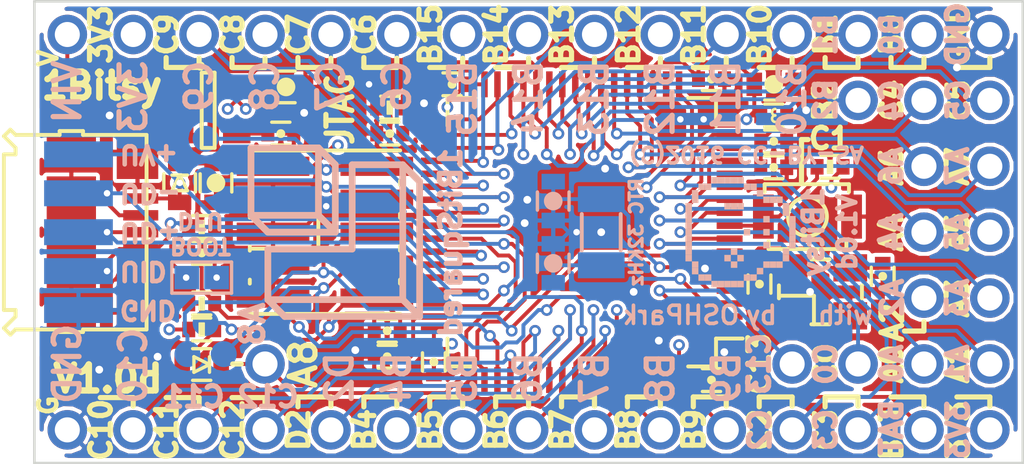
<source format=kicad_pcb>
(kicad_pcb (version 20171130) (host pcbnew 5.1.12-84ad8e8a86~92~ubuntu20.04.1)
  (title_block (title 1BitSy) (rev V1.0d) (company 1BitSquared) (comment 1 "(C) 2016 Piotr Esden-Tempski <piotr@esden.net>") (comment 2 "(C) 2016 1BitSquared LLC <info@1bitsquared.com>") (comment 3 "License: CC-BY-SA V4.0"))
  (layers (0 F.Cu signal) (31 B.Cu signal) (34 B.Paste user hide) (35 F.Paste user hide) (36 B.SilkS user hide) (37 F.SilkS user hide) (38 B.Mask user hide) (39 F.Mask user hide) (44 Edge.Cuts user))
  (net 0 "")
  (net 1 /VIN)
  (net 2 GND)
  (net 3 "Net-(C2-Pad1)")
  (net 4 "Net-(C3-Pad1)")
  (net 5 +3V3)
  (net 6 /OSC32_IN)
  (net 7 /OSC32_OUT)
  (net 8 /OSC_IN)
  (net 9 /OSC_OUT)
  (net 10 /USB_VBUS)
  (net 11 /BOOT0)
  (net 12 "Net-(C16-Pad1)")
  (net 13 "Net-(C17-Pad1)")
  (net 14 /JTAG_RST)
  (net 15 "Net-(LED1-PadA)")
  (net 16 /PA0)
  (net 17 /PA1)
  (net 18 /PA2)
  (net 19 /PA3)
  (net 20 /PA4)
  (net 21 /PA5)
  (net 22 /PA6)
  (net 23 /PA7)
  (net 24 /PA8)
  (net 25 /PC0)
  (net 26 /PC2)
  (net 27 /PC3)
  (net 28 /PC4)
  (net 29 /PC5)
  (net 30 /PC6)
  (net 31 /PC7)
  (net 32 /PC8)
  (net 33 /PC9)
  (net 34 /PC10)
  (net 35 /PC11)
  (net 36 /PC12)
  (net 37 /PC13)
  (net 38 /USB_D-)
  (net 39 /USB_D+)
  (net 40 /USB_ID)
  (net 41 /PB0)
  (net 42 /PB1)
  (net 43 /PB4)
  (net 44 /PB5)
  (net 45 /PB6)
  (net 46 /PB7)
  (net 47 /PB8)
  (net 48 /PB9)
  (net 49 /PB10)
  (net 50 /PB11)
  (net 51 /PB12)
  (net 52 /PB13)
  (net 53 /PB14)
  (net 54 /PB15)
  (net 55 /JTAG_TMS)
  (net 56 /JTAG_TCK)
  (net 57 /JTAG_TDI)
  (net 58 /JTAG_TDO)
  (net 59 "Net-(C15-Pad1)")
  (net 60 /PB2)
  (net 61 /BUTTON)
  (net 62 /VBAT)
  (net 63 /PD2)
  (module pkl_misc:via0305 (layer F.Cu) (at 115.35 40.75)
    (fp_text reference REF** hide)
    (fp_text value via0305 hide)
    (pad 1 thru_hole circle (at 0 0) (size 0.5 0.5) (drill 0.3) (layers *.Cu) (net 2 GND))
  )
  (module pkl_misc:via0305 (layer F.Cu) (at 130.08 41.02)
    (fp_text reference REF** hide)
    (fp_text value via0305 hide)
    (pad 1 thru_hole circle (at 0 0) (size 0.5 0.5) (drill 0.3) (layers *.Cu) (net 2 GND))
  )
  (module pkl_misc:via0305 (layer F.Cu) (at 112.6998 50.2666)
    (fp_text reference REF** hide)
    (fp_text value via0305 hide)
    (pad 1 thru_hole circle (at 0 0) (size 0.5 0.5) (drill 0.3) (layers *.Cu) (net 2 GND))
  )
  (module pkl_jumpers:J_0603 (layer B.Cu) (at 106.78 47.47)
    (fp_text reference J1 hide)
    (fp_text value BOOT hide)
    (pad 1 smd rect (at -0.575 0) (size 0.95 0.9) (layers B.Cu B.Paste B.Mask) (net 10 /USB_VBUS))
    (pad 2 smd rect (at 0.575 0) (size 0.95 0.9) (layers B.Cu B.Paste B.Mask) (net 59 "Net-(C15-Pad1)"))
  )
  (module pkl_misc:via0305 (layer F.Cu) (at 103.23 41.22)
    (fp_text reference REF** hide)
    (fp_text value via0305 hide)
    (pad 1 thru_hole circle (at 0 0) (size 0.5 0.5) (drill 0.3) (layers *.Cu) (net 2 GND))
  )
  (module pkl_misc:via0305 (layer F.Cu) (at 105.0798 50.5206)
    (fp_text reference REF** hide)
    (fp_text value via0305 hide)
    (pad 1 thru_hole circle (at 0 0) (size 0.5 0.5) (drill 0.3) (layers *.Cu) (net 2 GND))
  )
  (module pkl_dipol:C_0603 (layer F.Cu) (at 107.33 43.82 270)
    (fp_text reference C1)
    (fp_text value 4u7)
    (pad 1 smd rect (at -0.75 0 270) (size 0.6 0.9) (layers F.Cu F.Paste F.Mask) (net 1 /VIN))
    (pad 2 smd rect (at 0.75 0 270) (size 0.6 0.9) (layers F.Cu F.Paste F.Mask) (net 2 GND))
  )
  (module pkl_dipol:C_0402 (layer F.Cu) (at 128.83 42.22)
    (fp_text reference C2)
    (fp_text value 1u)
    (pad 1 smd rect (at -0.5 0) (size 0.5 0.6) (layers F.Cu F.Paste F.Mask) (net 3 "Net-(C2-Pad1)"))
    (pad 2 smd rect (at 0.5 0) (size 0.5 0.6) (layers F.Cu F.Paste F.Mask) (net 2 GND))
  )
  (module pkl_dipol:C_0402 (layer F.Cu) (at 109.83 41.92)
    (fp_text reference C3)
    (fp_text value 470p)
    (pad 1 smd rect (at -0.5 0) (size 0.5 0.6) (layers F.Cu F.Paste F.Mask) (net 4 "Net-(C3-Pad1)"))
    (pad 2 smd rect (at 0.5 0) (size 0.5 0.6) (layers F.Cu F.Paste F.Mask) (net 2 GND))
  )
  (module pkl_dipol:C_0402 (layer F.Cu) (at 128.829999 43.22)
    (fp_text reference C4)
    (fp_text value 100n)
    (pad 1 smd rect (at -0.5 0) (size 0.5 0.6) (layers F.Cu F.Paste F.Mask) (net 3 "Net-(C2-Pad1)"))
    (pad 2 smd rect (at 0.5 0) (size 0.5 0.6) (layers F.Cu F.Paste F.Mask) (net 2 GND))
  )
  (module pkl_dipol:C_0603 (layer F.Cu) (at 128.83 40.02)
    (fp_text reference C5)
    (fp_text value 4u7)
    (pad 1 smd rect (at -0.75 0) (size 0.6 0.9) (layers F.Cu F.Paste F.Mask) (net 5 +3V3))
    (pad 2 smd rect (at 0.75 0) (size 0.6 0.9) (layers F.Cu F.Paste F.Mask) (net 2 GND))
  )
  (module pkl_dipol:C_0402 (layer F.Cu) (at 128.28 47.72 270)
    (fp_text reference C8)
    (fp_text value 10p)
    (pad 1 smd rect (at -0.5 0 270) (size 0.5 0.6) (layers F.Cu F.Paste F.Mask) (net 2 GND))
    (pad 2 smd rect (at 0.5 0 270) (size 0.5 0.6) (layers F.Cu F.Paste F.Mask) (net 8 /OSC_IN))
  )
  (module pkl_dipol:C_0402 (layer F.Cu) (at 133.03 47.42 90)
    (fp_text reference C9)
    (fp_text value 10p)
    (pad 1 smd rect (at -0.5 0 90) (size 0.5 0.6) (layers F.Cu F.Paste F.Mask) (net 2 GND))
    (pad 2 smd rect (at 0.5 0 90) (size 0.5 0.6) (layers F.Cu F.Paste F.Mask) (net 9 /OSC_OUT))
  )
  (module pkl_dipol:C_0402 (layer F.Cu) (at 126.43 39.82)
    (fp_text reference C10)
    (fp_text value 100n)
    (pad 1 smd rect (at -0.5 0) (size 0.5 0.6) (layers F.Cu F.Paste F.Mask) (net 5 +3V3))
    (pad 2 smd rect (at 0.5 0) (size 0.5 0.6) (layers F.Cu F.Paste F.Mask) (net 2 GND))
  )
  (module pkl_dipol:C_0402 (layer F.Cu) (at 116.43 40.02 180)
    (fp_text reference C11)
    (fp_text value 100n)
    (pad 1 smd rect (at -0.5 0 180) (size 0.5 0.6) (layers F.Cu F.Paste F.Mask) (net 5 +3V3))
    (pad 2 smd rect (at 0.5 0 180) (size 0.5 0.6) (layers F.Cu F.Paste F.Mask) (net 2 GND))
  )
  (module pkl_dipol:C_0402 (layer F.Cu) (at 115.73 50.72 270)
    (fp_text reference C12)
    (fp_text value 100n)
    (pad 1 smd rect (at -0.5 0 270) (size 0.5 0.6) (layers F.Cu F.Paste F.Mask) (net 5 +3V3))
    (pad 2 smd rect (at 0.5 0 270) (size 0.5 0.6) (layers F.Cu F.Paste F.Mask) (net 2 GND))
  )
  (module pkl_dipol:C_0603 (layer F.Cu) (at 110.03 40.12)
    (fp_text reference C13)
    (fp_text value 4u7)
    (pad 1 smd rect (at -0.75 0) (size 0.6 0.9) (layers F.Cu F.Paste F.Mask) (net 5 +3V3))
    (pad 2 smd rect (at 0.75 0) (size 0.6 0.9) (layers F.Cu F.Paste F.Mask) (net 2 GND))
  )
  (module pkl_dipol:C_0402 (layer F.Cu) (at 126.43 51.42)
    (fp_text reference C14)
    (fp_text value 100n)
    (pad 1 smd rect (at -0.5 0) (size 0.5 0.6) (layers F.Cu F.Paste F.Mask) (net 5 +3V3))
    (pad 2 smd rect (at 0.5 0) (size 0.5 0.6) (layers F.Cu F.Paste F.Mask) (net 2 GND))
  )
  (module pkl_dipol:C_0402 (layer F.Cu) (at 106.78 46.52 180)
    (fp_text reference C15)
    (fp_text value 1u)
    (pad 1 smd rect (at -0.5 0 180) (size 0.5 0.6) (layers F.Cu F.Paste F.Mask) (net 59 "Net-(C15-Pad1)"))
    (pad 2 smd rect (at 0.5 0 180) (size 0.5 0.6) (layers F.Cu F.Paste F.Mask) (net 11 /BOOT0))
  )
  (module pkl_dipol:C_0402 (layer F.Cu) (at 113.93 50.52 180)
    (fp_text reference C16)
    (fp_text value 2u2)
    (pad 1 smd rect (at -0.5 0 180) (size 0.5 0.6) (layers F.Cu F.Paste F.Mask) (net 12 "Net-(C16-Pad1)"))
    (pad 2 smd rect (at 0.5 0 180) (size 0.5 0.6) (layers F.Cu F.Paste F.Mask) (net 2 GND))
  )
  (module pkl_dipol:C_0402 (layer F.Cu) (at 114.03 41.92 180)
    (fp_text reference C17)
    (fp_text value 2u2)
    (pad 1 smd rect (at -0.5 0 180) (size 0.5 0.6) (layers F.Cu F.Paste F.Mask) (net 13 "Net-(C17-Pad1)"))
    (pad 2 smd rect (at 0.5 0 180) (size 0.5 0.6) (layers F.Cu F.Paste F.Mask) (net 2 GND))
  )
  (module pkl_dipol:C_0402 (layer F.Cu) (at 113.93 49.52 180)
    (fp_text reference C18)
    (fp_text value 100n)
    (pad 1 smd rect (at -0.5 0 180) (size 0.5 0.6) (layers F.Cu F.Paste F.Mask) (net 14 /JTAG_RST))
    (pad 2 smd rect (at 0.5 0 180) (size 0.5 0.6) (layers F.Cu F.Paste F.Mask) (net 2 GND))
  )
  (module pkl_dipol:D_0603 (layer F.Cu) (at 105.93 43.82 270)
    (fp_text reference D1)
    (fp_text value >100mA)
    (pad A smd rect (at 0.75 0 90) (size 0.6 0.9) (layers F.Cu F.Paste F.Mask) (net 10 /USB_VBUS))
    (pad C smd rect (at -0.75 0 90) (size 0.6 0.9) (layers F.Cu F.Paste F.Mask) (net 1 /VIN))
  )
  (module pkl_dipol:L_0402 (layer F.Cu) (at 128.83 41.22)
    (fp_text reference L1)
    (fp_text value "600 Ferrite")
    (pad 1 smd rect (at -0.5 0) (size 0.5 0.6) (layers F.Cu F.Paste F.Mask) (net 5 +3V3))
    (pad 2 smd rect (at 0.5 0) (size 0.5 0.6) (layers F.Cu F.Paste F.Mask) (net 3 "Net-(C2-Pad1)"))
  )
  (module pkl_dipol:D_0603 (layer F.Cu) (at 106.78 50.82 180)
    (fp_text reference LED1)
    (fp_text value ORA)
    (pad A smd rect (at 0.75 0) (size 0.6 0.9) (layers F.Cu F.Paste F.Mask) (net 15 "Net-(LED1-PadA)"))
    (pad C smd rect (at -0.75 0) (size 0.6 0.9) (layers F.Cu F.Paste F.Mask) (net 24 /PA8))
  )
  (module pkl_pin_headers:Pin_Header_Straight_Round_1x01 (layer F.Cu) (at 134.62 50.8 180)
    (fp_text reference P1 hide)
    (fp_text value CONN_01X01 hide)
    (pad 1 thru_hole circle (at 0 0 180) (size 1.524 1.524) (drill 0.9652) (layers *.Cu *.Mask) (net 16 /PA0))
  )
  (module pkl_pin_headers:Pin_Header_Straight_Round_1x01 (layer F.Cu) (at 137.16 50.8 180)
    (fp_text reference P2 hide)
    (fp_text value CONN_01X01 hide)
    (pad 1 thru_hole circle (at 0 0 180) (size 1.524 1.524) (drill 0.9652) (layers *.Cu *.Mask) (net 17 /PA1))
  )
  (module pkl_pin_headers:Pin_Header_Straight_Round_1x01 (layer F.Cu) (at 134.62 48.26 180)
    (fp_text reference P3 hide)
    (fp_text value CONN_01X01 hide)
    (pad 1 thru_hole circle (at 0 0 180) (size 1.524 1.524) (drill 0.9652) (layers *.Cu *.Mask) (net 18 /PA2))
  )
  (module pkl_pin_headers:Pin_Header_Straight_Round_1x01 (layer F.Cu) (at 137.16 48.26 180)
    (fp_text reference P4 hide)
    (fp_text value CONN_01X01 hide)
    (pad 1 thru_hole circle (at 0 0 180) (size 1.524 1.524) (drill 0.9652) (layers *.Cu *.Mask) (net 19 /PA3))
  )
  (module pkl_pin_headers:Pin_Header_Straight_Round_1x01 (layer F.Cu) (at 134.62 45.72 180)
    (fp_text reference P5 hide)
    (fp_text value CONN_01X01 hide)
    (pad 1 thru_hole circle (at 0 0 180) (size 1.524 1.524) (drill 0.9652) (layers *.Cu *.Mask) (net 20 /PA4))
  )
  (module pkl_pin_headers:Pin_Header_Straight_Round_1x01 (layer F.Cu) (at 137.16 45.72)
    (fp_text reference P6 hide)
    (fp_text value CONN_01X01 hide)
    (pad 1 thru_hole circle (at 0 0) (size 1.524 1.524) (drill 0.9652) (layers *.Cu *.Mask) (net 21 /PA5))
  )
  (module pkl_pin_headers:Pin_Header_Straight_Round_1x01 (layer F.Cu) (at 134.62 43.18 180)
    (fp_text reference P7 hide)
    (fp_text value CONN_01X01 hide)
    (pad 1 thru_hole circle (at 0 0 180) (size 1.524 1.524) (drill 0.9652) (layers *.Cu *.Mask) (net 22 /PA6))
  )
  (module pkl_pin_headers:Pin_Header_Straight_Round_1x01 (layer F.Cu) (at 137.16 43.18 180)
    (fp_text reference P8 hide)
    (fp_text value CONN_01X01 hide)
    (pad 1 thru_hole circle (at 0 0 180) (size 1.524 1.524) (drill 0.9652) (layers *.Cu *.Mask) (net 23 /PA7))
  )
  (module pkl_pin_headers:Pin_Header_Straight_Round_1x01 (layer F.Cu) (at 109.22 50.8)
    (fp_text reference P9 hide)
    (fp_text value CONN_01X01 hide)
    (pad 1 thru_hole circle (at 0 0) (size 1.524 1.524) (drill 0.9652) (layers *.Cu *.Mask) (net 24 /PA8))
  )
  (module pkl_pin_headers:Pin_Header_Straight_Round_1x01 (layer F.Cu) (at 132.08 50.8)
    (fp_text reference P10 hide)
    (fp_text value CONN_01X01 hide)
    (pad 1 thru_hole circle (at 0 0) (size 1.524 1.524) (drill 0.9652) (layers *.Cu *.Mask) (net 25 /PC0))
  )
  (module pkl_pin_headers:Pin_Header_Straight_Round_1x01 (layer F.Cu) (at 111.76 53.34)
    (fp_text reference P11 hide)
    (fp_text value CONN_01X01 hide)
    (pad 1 thru_hole circle (at 0 0) (size 1.524 1.524) (drill 0.9652) (layers *.Cu *.Mask) (net 63 /PD2))
  )
  (module pkl_pin_headers:Pin_Header_Straight_Round_1x01 (layer F.Cu) (at 129.54 53.34)
    (fp_text reference P12 hide)
    (fp_text value CONN_01X01 hide)
    (pad 1 thru_hole circle (at 0 0) (size 1.524 1.524) (drill 0.9652) (layers *.Cu *.Mask) (net 26 /PC2))
  )
  (module pkl_pin_headers:Pin_Header_Straight_Round_1x01 (layer F.Cu) (at 132.08 53.34 180)
    (fp_text reference P13 hide)
    (fp_text value CONN_01X01 hide)
    (pad 1 thru_hole circle (at 0 0 180) (size 1.524 1.524) (drill 0.9652) (layers *.Cu *.Mask) (net 27 /PC3))
  )
  (module pkl_pin_headers:Pin_Header_Straight_Round_1x01 (layer F.Cu) (at 134.62 40.64)
    (fp_text reference P14 hide)
    (fp_text value CONN_01X01 hide)
    (pad 1 thru_hole circle (at 0 0) (size 1.524 1.524) (drill 0.9652) (layers *.Cu *.Mask) (net 28 /PC4))
  )
  (module pkl_pin_headers:Pin_Header_Straight_Round_1x01 (layer F.Cu) (at 137.16 40.64 180)
    (fp_text reference P15 hide)
    (fp_text value CONN_01X01 hide)
    (pad 1 thru_hole circle (at 0 0 180) (size 1.524 1.524) (drill 0.9652) (layers *.Cu *.Mask) (net 29 /PC5))
  )
  (module pkl_pin_headers:Pin_Header_Straight_Round_1x01 (layer F.Cu) (at 114.3 38.1)
    (fp_text reference P16 hide)
    (fp_text value CONN_01X01 hide)
    (pad 1 thru_hole circle (at 0 0) (size 1.524 1.524) (drill 0.9652) (layers *.Cu *.Mask) (net 30 /PC6))
  )
  (module pkl_pin_headers:Pin_Header_Straight_Round_1x01 (layer F.Cu) (at 111.76 38.1)
    (fp_text reference P17 hide)
    (fp_text value CONN_01X01 hide)
    (pad 1 thru_hole circle (at 0 0) (size 1.524 1.524) (drill 0.9652) (layers *.Cu *.Mask) (net 31 /PC7))
  )
  (module pkl_pin_headers:Pin_Header_Straight_Round_1x01 (layer F.Cu) (at 109.22 38.1)
    (fp_text reference P18 hide)
    (fp_text value CONN_01X01 hide)
    (pad 1 thru_hole circle (at 0 0) (size 1.524 1.524) (drill 0.9652) (layers *.Cu *.Mask) (net 32 /PC8))
  )
  (module pkl_pin_headers:Pin_Header_Straight_Round_1x01 (layer F.Cu) (at 106.68 38.1)
    (fp_text reference P19 hide)
    (fp_text value CONN_01X01 hide)
    (pad 1 thru_hole circle (at 0 0) (size 1.524 1.524) (drill 0.9652) (layers *.Cu *.Mask) (net 33 /PC9))
  )
  (module pkl_pin_headers:Pin_Header_Straight_Round_1x01 (layer F.Cu) (at 104.13 53.34)
    (fp_text reference P20 hide)
    (fp_text value CONN_01X01 hide)
    (pad 1 thru_hole circle (at 0 0) (size 1.524 1.524) (drill 0.9652) (layers *.Cu *.Mask) (net 34 /PC10))
  )
  (module pkl_pin_headers:Pin_Header_Straight_Round_1x01 (layer F.Cu) (at 106.68 53.34 180)
    (fp_text reference P21 hide)
    (fp_text value CONN_01X01 hide)
    (pad 1 thru_hole circle (at 0 0 180) (size 1.524 1.524) (drill 0.9652) (layers *.Cu *.Mask) (net 35 /PC11))
  )
  (module pkl_pin_headers:Pin_Header_Straight_Round_1x01 (layer F.Cu) (at 109.22 53.34)
    (fp_text reference P22 hide)
    (fp_text value CONN_01X01 hide)
    (pad 1 thru_hole circle (at 0 0) (size 1.524 1.524) (drill 0.9652) (layers *.Cu *.Mask) (net 36 /PC12))
  )
  (module pkl_pin_headers:Pin_Header_Straight_Round_1x01 (layer F.Cu) (at 129.54 50.8)
    (fp_text reference P23 hide)
    (fp_text value CONN_01X01 hide)
    (pad 1 thru_hole circle (at 0 0) (size 1.524 1.524) (drill 0.9652) (layers *.Cu *.Mask) (net 37 /PC13))
  )
  (module pkl_connectors:Connector_USB_Micro_B_SMD (layer F.Cu) (at 101.755 45.72 180)
    (fp_text reference P24)
    (fp_text value USB_OTG)
    (pad GND smd rect (at 0 1.2 270) (size 1.9 1.9) (layers F.Cu F.Paste F.Mask) (net 2 GND))
    (pad GND smd rect (at 0 -1.2 270) (size 1.9 1.9) (layers F.Cu F.Paste F.Mask) (net 2 GND))
    (pad GND smd rect (at 0 -3.8 270) (size 1.8 1.9) (layers F.Cu F.Paste F.Mask) (net 2 GND))
    (pad GND smd rect (at 0 3.8 270) (size 1.8 1.9) (layers F.Cu F.Paste F.Mask) (net 2 GND))
    (pad GND smd rect (at -2.55 -3.1 270) (size 2.1 1.6) (layers F.Cu F.Paste F.Mask) (net 2 GND))
    (pad GND smd rect (at -2.55 3.1 270) (size 2.1 1.6) (layers F.Cu F.Paste F.Mask) (net 2 GND))
    (pad 1 smd rect (at -2.675 1.3 270) (size 0.4 1.35) (layers F.Cu F.Paste F.Mask) (net 10 /USB_VBUS))
    (pad 2 smd rect (at -2.675 0.65 270) (size 0.4 1.35) (layers F.Cu F.Paste F.Mask) (net 38 /USB_D-))
    (pad 3 smd rect (at -2.675 0 270) (size 0.4 1.35) (layers F.Cu F.Paste F.Mask) (net 39 /USB_D+))
    (pad 4 smd rect (at -2.675 -0.65 270) (size 0.4 1.35) (layers F.Cu F.Paste F.Mask) (net 40 /USB_ID))
    (pad 5 smd rect (at -2.675 -1.3 270) (size 0.4 1.35) (layers F.Cu F.Paste F.Mask) (net 2 GND))
  )
  (module pkl_pin_headers:Pin_Header_Straight_Round_1x01 (layer F.Cu) (at 134.62 38.1)
    (fp_text reference P25 hide)
    (fp_text value CONN_01X01 hide)
    (pad 1 thru_hole circle (at 0 0) (size 1.524 1.524) (drill 0.9652) (layers *.Cu *.Mask) (net 41 /PB0))
  )
  (module pkl_pin_headers:Pin_Header_Straight_Round_1x01 (layer F.Cu) (at 132.08 38.1)
    (fp_text reference P26 hide)
    (fp_text value CONN_01X01 hide)
    (pad 1 thru_hole circle (at 0 0) (size 1.524 1.524) (drill 0.9652) (layers *.Cu *.Mask) (net 42 /PB1))
  )
  (module pkl_pin_headers:Pin_Header_Straight_Round_1x01 (layer F.Cu) (at 132.08 40.64)
    (fp_text reference P27 hide)
    (fp_text value CONN_01X01 hide)
    (pad 1 thru_hole circle (at 0 0) (size 1.524 1.524) (drill 0.9652) (layers *.Cu *.Mask) (net 60 /PB2))
  )
  (module pkl_pin_headers:Pin_Header_Straight_Round_1x01 (layer F.Cu) (at 114.3 53.34)
    (fp_text reference P28 hide)
    (fp_text value CONN_01X01 hide)
    (pad 1 thru_hole circle (at 0 0) (size 1.524 1.524) (drill 0.9652) (layers *.Cu *.Mask) (net 43 /PB4))
  )
  (module pkl_pin_headers:Pin_Header_Straight_Round_1x01 (layer F.Cu) (at 116.84 53.34 180)
    (fp_text reference P29 hide)
    (fp_text value CONN_01X01 hide)
    (pad 1 thru_hole circle (at 0 0 180) (size 1.524 1.524) (drill 0.9652) (layers *.Cu *.Mask) (net 44 /PB5))
  )
  (module pkl_pin_headers:Pin_Header_Straight_Round_1x01 (layer F.Cu) (at 119.38 53.34 180)
    (fp_text reference P30 hide)
    (fp_text value CONN_01X01 hide)
    (pad 1 thru_hole circle (at 0 0 180) (size 1.524 1.524) (drill 0.9652) (layers *.Cu *.Mask) (net 45 /PB6))
  )
  (module pkl_pin_headers:Pin_Header_Straight_Round_1x01 (layer F.Cu) (at 121.92 53.34 180)
    (fp_text reference P31 hide)
    (fp_text value CONN_01X01 hide)
    (pad 1 thru_hole circle (at 0 0 180) (size 1.524 1.524) (drill 0.9652) (layers *.Cu *.Mask) (net 46 /PB7))
  )
  (module pkl_pin_headers:Pin_Header_Straight_Round_1x01 (layer F.Cu) (at 124.46 53.34 180)
    (fp_text reference P32 hide)
    (fp_text value CONN_01X01 hide)
    (pad 1 thru_hole circle (at 0 0 180) (size 1.524 1.524) (drill 0.9652) (layers *.Cu *.Mask) (net 47 /PB8))
  )
  (module pkl_pin_headers:Pin_Header_Straight_Round_1x01 (layer F.Cu) (at 127 53.34)
    (fp_text reference P33 hide)
    (fp_text value CONN_01X01 hide)
    (pad 1 thru_hole circle (at 0 0) (size 1.524 1.524) (drill 0.9652) (layers *.Cu *.Mask) (net 48 /PB9))
  )
  (module pkl_pin_headers:Pin_Header_Straight_Round_1x01 (layer F.Cu) (at 129.54 38.1 180)
    (fp_text reference P34 hide)
    (fp_text value CONN_01X01 hide)
    (pad 1 thru_hole circle (at 0 0 180) (size 1.524 1.524) (drill 0.9652) (layers *.Cu *.Mask) (net 49 /PB10))
  )
  (module pkl_pin_headers:Pin_Header_Straight_Round_1x01 (layer F.Cu) (at 127 38.1)
    (fp_text reference P35 hide)
    (fp_text value CONN_01X01 hide)
    (pad 1 thru_hole circle (at 0 0) (size 1.524 1.524) (drill 0.9652) (layers *.Cu *.Mask) (net 50 /PB11))
  )
  (module pkl_pin_headers:Pin_Header_Straight_Round_1x01 (layer F.Cu) (at 124.46 38.1)
    (fp_text reference P36 hide)
    (fp_text value CONN_01X01 hide)
    (pad 1 thru_hole circle (at 0 0) (size 1.524 1.524) (drill 0.9652) (layers *.Cu *.Mask) (net 51 /PB12))
  )
  (module pkl_pin_headers:Pin_Header_Straight_Round_1x01 (layer F.Cu) (at 121.92 38.1)
    (fp_text reference P37 hide)
    (fp_text value CONN_01X01 hide)
    (pad 1 thru_hole circle (at 0 0) (size 1.524 1.524) (drill 0.9652) (layers *.Cu *.Mask) (net 52 /PB13))
  )
  (module pkl_pin_headers:Pin_Header_Straight_Round_1x01 (layer F.Cu) (at 119.38 38.1)
    (fp_text reference P38 hide)
    (fp_text value CONN_01X01 hide)
    (pad 1 thru_hole circle (at 0 0) (size 1.524 1.524) (drill 0.9652) (layers *.Cu *.Mask) (net 53 /PB14))
  )
  (module pkl_pin_headers:Pin_Header_Straight_Round_1x01 (layer F.Cu) (at 116.84 38.1 180)
    (fp_text reference P39 hide)
    (fp_text value CONN_01X01 hide)
    (pad 1 thru_hole circle (at 0 0 180) (size 1.524 1.524) (drill 0.9652) (layers *.Cu *.Mask) (net 54 /PB15))
  )
  (module pkl_dipol:R_0402 (layer F.Cu) (at 106.78 45.52)
    (fp_text reference R1)
    (fp_text value 10k)
    (pad 1 smd rect (at -0.5 0) (size 0.5 0.6) (layers F.Cu F.Paste F.Mask) (net 10 /USB_VBUS))
    (pad 2 smd rect (at 0.5 0) (size 0.5 0.6) (layers F.Cu F.Paste F.Mask) (net 2 GND))
  )
  (module pkl_dipol:R_0402 (layer F.Cu) (at 114.03 40.92 180)
    (fp_text reference R2)
    (fp_text value 10k)
    (pad 1 smd rect (at -0.5 0 180) (size 0.5 0.6) (layers F.Cu F.Paste F.Mask) (net 60 /PB2))
    (pad 2 smd rect (at 0.5 0 180) (size 0.5 0.6) (layers F.Cu F.Paste F.Mask) (net 2 GND))
  )
  (module pkl_dipol:R_0402 (layer F.Cu) (at 106.78 48.47 180)
    (fp_text reference R3)
    (fp_text value 10k)
    (pad 1 smd rect (at -0.5 0 180) (size 0.5 0.6) (layers F.Cu F.Paste F.Mask) (net 11 /BOOT0))
    (pad 2 smd rect (at 0.5 0 180) (size 0.5 0.6) (layers F.Cu F.Paste F.Mask) (net 2 GND))
  )
  (module pkl_dipol:R_0402 (layer F.Cu) (at 106.78 49.47)
    (fp_text reference R4)
    (fp_text value 300)
    (pad 1 smd rect (at -0.5 0) (size 0.5 0.6) (layers F.Cu F.Paste F.Mask) (net 5 +3V3))
    (pad 2 smd rect (at 0.5 0) (size 0.5 0.6) (layers F.Cu F.Paste F.Mask) (net 15 "Net-(LED1-PadA)"))
  )
  (module pkl_dipol:R_0402 (layer F.Cu) (at 131 43.2 180)
    (fp_text reference R5)
    (fp_text value 10k)
    (pad 1 smd rect (at -0.5 0 180) (size 0.5 0.6) (layers F.Cu F.Paste F.Mask) (net 5 +3V3))
    (pad 2 smd rect (at 0.5 0 180) (size 0.5 0.6) (layers F.Cu F.Paste F.Mask) (net 61 /BUTTON))
  )
  (module pkl_housings_sot:SOT-23-5 (layer F.Cu) (at 107.03 41.02 180)
    (fp_text reference U1)
    (fp_text value VREG_3V3)
    (pad 1 smd rect (at 1.1 0.95) (size 1.06 0.65) (layers F.Cu F.Paste F.Mask) (net 1 /VIN))
    (pad 2 smd rect (at 1.1 0) (size 1.06 0.65) (layers F.Cu F.Paste F.Mask) (net 2 GND))
    (pad 3 smd rect (at 1.1 -0.95) (size 1.06 0.65) (layers F.Cu F.Paste F.Mask) (net 1 /VIN))
    (pad 4 smd rect (at -1.1 -0.95) (size 1.06 0.65) (layers F.Cu F.Paste F.Mask) (net 4 "Net-(C3-Pad1)"))
    (pad 5 smd rect (at -1.1 0.95) (size 1.06 0.65) (layers F.Cu F.Paste F.Mask) (net 5 +3V3))
  )
  (module pkl_housings_qfp:LQFP-64_10x10mm_Pitch0.5mm (layer F.Cu) (at 121.43 45.72 180)
    (fp_text reference U2)
    (fp_text value STM32F415RGT)
    (pad 1 smd rect (at -5.7 -3.75 180) (size 1 0.25) (layers F.Cu F.Paste F.Mask) (net 62 /VBAT))
    (pad 2 smd rect (at -5.7 -3.25 180) (size 1 0.25) (layers F.Cu F.Paste F.Mask) (net 37 /PC13))
    (pad 3 smd rect (at -5.7 -2.75 180) (size 1 0.25) (layers F.Cu F.Paste F.Mask) (net 6 /OSC32_IN))
    (pad 4 smd rect (at -5.7 -2.25 180) (size 1 0.25) (layers F.Cu F.Paste F.Mask) (net 7 /OSC32_OUT))
    (pad 5 smd rect (at -5.7 -1.75 180) (size 1 0.25) (layers F.Cu F.Paste F.Mask) (net 8 /OSC_IN))
    (pad 6 smd rect (at -5.7 -1.25 180) (size 1 0.25) (layers F.Cu F.Paste F.Mask) (net 9 /OSC_OUT))
    (pad 7 smd rect (at -5.7 -0.75 180) (size 1 0.25) (layers F.Cu F.Paste F.Mask) (net 14 /JTAG_RST))
    (pad 8 smd rect (at -5.7 -0.25 180) (size 1 0.25) (layers F.Cu F.Paste F.Mask) (net 25 /PC0))
    (pad 9 smd rect (at -5.7 0.25 180) (size 1 0.25) (layers F.Cu F.Paste F.Mask) (net 61 /BUTTON))
    (pad 10 smd rect (at -5.7 0.75 180) (size 1 0.25) (layers F.Cu F.Paste F.Mask) (net 26 /PC2))
    (pad 11 smd rect (at -5.7 1.25 180) (size 1 0.25) (layers F.Cu F.Paste F.Mask) (net 27 /PC3))
    (pad 12 smd rect (at -5.7 1.75 180) (size 1 0.25) (layers F.Cu F.Paste F.Mask) (net 2 GND))
    (pad 13 smd rect (at -5.7 2.25 180) (size 1 0.25) (layers F.Cu F.Paste F.Mask) (net 3 "Net-(C2-Pad1)"))
    (pad 14 smd rect (at -5.7 2.75 180) (size 1 0.25) (layers F.Cu F.Paste F.Mask) (net 16 /PA0))
    (pad 15 smd rect (at -5.7 3.25 180) (size 1 0.25) (layers F.Cu F.Paste F.Mask) (net 17 /PA1))
    (pad 16 smd rect (at -5.7 3.75 180) (size 1 0.25) (layers F.Cu F.Paste F.Mask) (net 18 /PA2))
    (pad 17 smd rect (at -3.75 5.7 270) (size 1 0.25) (layers F.Cu F.Paste F.Mask) (net 19 /PA3))
    (pad 18 smd rect (at -3.25 5.7 270) (size 1 0.25) (layers F.Cu F.Paste F.Mask) (net 2 GND))
    (pad 19 smd rect (at -2.75 5.7 270) (size 1 0.25) (layers F.Cu F.Paste F.Mask) (net 5 +3V3))
    (pad 20 smd rect (at -2.25 5.7 270) (size 1 0.25) (layers F.Cu F.Paste F.Mask) (net 20 /PA4))
    (pad 21 smd rect (at -1.75 5.7 270) (size 1 0.25) (layers F.Cu F.Paste F.Mask) (net 21 /PA5))
    (pad 22 smd rect (at -1.25 5.7 270) (size 1 0.25) (layers F.Cu F.Paste F.Mask) (net 22 /PA6))
    (pad 23 smd rect (at -0.75 5.7 270) (size 1 0.25) (layers F.Cu F.Paste F.Mask) (net 23 /PA7))
    (pad 24 smd rect (at -0.25 5.7 270) (size 1 0.25) (layers F.Cu F.Paste F.Mask) (net 28 /PC4))
    (pad 25 smd rect (at 0.25 5.7 270) (size 1 0.25) (layers F.Cu F.Paste F.Mask) (net 29 /PC5))
    (pad 26 smd rect (at 0.75 5.7 270) (size 1 0.25) (layers F.Cu F.Paste F.Mask) (net 41 /PB0))
    (pad 27 smd rect (at 1.25 5.7 270) (size 1 0.25) (layers F.Cu F.Paste F.Mask) (net 42 /PB1))
    (pad 28 smd rect (at 1.75 5.7 270) (size 1 0.25) (layers F.Cu F.Paste F.Mask) (net 60 /PB2))
    (pad 29 smd rect (at 2.25 5.7 270) (size 1 0.25) (layers F.Cu F.Paste F.Mask) (net 49 /PB10))
    (pad 30 smd rect (at 2.75 5.7 270) (size 1 0.25) (layers F.Cu F.Paste F.Mask) (net 50 /PB11))
    (pad 31 smd rect (at 3.25 5.7 270) (size 1 0.25) (layers F.Cu F.Paste F.Mask) (net 13 "Net-(C17-Pad1)"))
    (pad 32 smd rect (at 3.75 5.7 270) (size 1 0.25) (layers F.Cu F.Paste F.Mask) (net 5 +3V3))
    (pad 33 smd rect (at 5.7 3.75 180) (size 1 0.25) (layers F.Cu F.Paste F.Mask) (net 51 /PB12))
    (pad 34 smd rect (at 5.7 3.25 180) (size 1 0.25) (layers F.Cu F.Paste F.Mask) (net 52 /PB13))
    (pad 35 smd rect (at 5.7 2.75 180) (size 1 0.25) (layers F.Cu F.Paste F.Mask) (net 53 /PB14))
    (pad 36 smd rect (at 5.7 2.25 180) (size 1 0.25) (layers F.Cu F.Paste F.Mask) (net 54 /PB15))
    (pad 37 smd rect (at 5.7 1.75 180) (size 1 0.25) (layers F.Cu F.Paste F.Mask) (net 30 /PC6))
    (pad 38 smd rect (at 5.7 1.25 180) (size 1 0.25) (layers F.Cu F.Paste F.Mask) (net 31 /PC7))
    (pad 39 smd rect (at 5.7 0.75 180) (size 1 0.25) (layers F.Cu F.Paste F.Mask) (net 32 /PC8))
    (pad 40 smd rect (at 5.7 0.25 180) (size 1 0.25) (layers F.Cu F.Paste F.Mask) (net 33 /PC9))
    (pad 41 smd rect (at 5.7 -0.25 180) (size 1 0.25) (layers F.Cu F.Paste F.Mask) (net 24 /PA8))
    (pad 42 smd rect (at 5.7 -0.75 180) (size 1 0.25) (layers F.Cu F.Paste F.Mask) (net 10 /USB_VBUS))
    (pad 43 smd rect (at 5.7 -1.25 180) (size 1 0.25) (layers F.Cu F.Paste F.Mask) (net 40 /USB_ID))
    (pad 44 smd rect (at 5.7 -1.75 180) (size 1 0.25) (layers F.Cu F.Paste F.Mask) (net 38 /USB_D-))
    (pad 45 smd rect (at 5.7 -2.25 180) (size 1 0.25) (layers F.Cu F.Paste F.Mask) (net 39 /USB_D+))
    (pad 46 smd rect (at 5.7 -2.75 180) (size 1 0.25) (layers F.Cu F.Paste F.Mask) (net 55 /JTAG_TMS))
    (pad 47 smd rect (at 5.7 -3.25 180) (size 1 0.25) (layers F.Cu F.Paste F.Mask) (net 12 "Net-(C16-Pad1)"))
    (pad 48 smd rect (at 5.7 -3.75 180) (size 1 0.25) (layers F.Cu F.Paste F.Mask) (net 5 +3V3))
    (pad 49 smd rect (at 3.75 -5.7 270) (size 1 0.25) (layers F.Cu F.Paste F.Mask) (net 56 /JTAG_TCK))
    (pad 50 smd rect (at 3.25 -5.7 270) (size 1 0.25) (layers F.Cu F.Paste F.Mask) (net 57 /JTAG_TDI))
    (pad 51 smd rect (at 2.75 -5.7 270) (size 1 0.25) (layers F.Cu F.Paste F.Mask) (net 34 /PC10))
    (pad 52 smd rect (at 2.25 -5.7 270) (size 1 0.25) (layers F.Cu F.Paste F.Mask) (net 35 /PC11))
    (pad 53 smd rect (at 1.75 -5.7 270) (size 1 0.25) (layers F.Cu F.Paste F.Mask) (net 36 /PC12))
    (pad 54 smd rect (at 1.25 -5.7 270) (size 1 0.25) (layers F.Cu F.Paste F.Mask) (net 63 /PD2))
    (pad 55 smd rect (at 0.75 -5.7 270) (size 1 0.25) (layers F.Cu F.Paste F.Mask) (net 58 /JTAG_TDO))
    (pad 56 smd rect (at 0.25 -5.7 270) (size 1 0.25) (layers F.Cu F.Paste F.Mask) (net 43 /PB4))
    (pad 57 smd rect (at -0.25 -5.7 270) (size 1 0.25) (layers F.Cu F.Paste F.Mask) (net 44 /PB5))
    (pad 58 smd rect (at -0.75 -5.7 270) (size 1 0.25) (layers F.Cu F.Paste F.Mask) (net 45 /PB6))
    (pad 59 smd rect (at -1.25 -5.7 270) (size 1 0.25) (layers F.Cu F.Paste F.Mask) (net 46 /PB7))
    (pad 60 smd rect (at -1.75 -5.7 270) (size 1 0.25) (layers F.Cu F.Paste F.Mask) (net 11 /BOOT0))
    (pad 61 smd rect (at -2.25 -5.7 270) (size 1 0.25) (layers F.Cu F.Paste F.Mask) (net 47 /PB8))
    (pad 62 smd rect (at -2.75 -5.7 270) (size 1 0.25) (layers F.Cu F.Paste F.Mask) (net 48 /PB9))
    (pad 63 smd rect (at -3.25 -5.7 270) (size 1 0.25) (layers F.Cu F.Paste F.Mask) (net 2 GND))
    (pad 64 smd rect (at -3.75 -5.7 270) (size 1 0.25) (layers F.Cu F.Paste F.Mask) (net 5 +3V3))
  )
  (module pkl_misc:ABM8 (layer F.Cu) (at 130.63 48.02)
    (fp_text reference X2)
    (fp_text value 25MHz)
    (pad 1 smd rect (at -1.15 0.925) (size 1.3 1.05) (layers F.Cu F.Paste F.Mask) (net 8 /OSC_IN))
    (pad 2 smd rect (at 1.15 -0.925) (size 1.3 1.05) (layers F.Cu F.Paste F.Mask) (net 9 /OSC_OUT))
    (pad GND smd rect (at -1.15 -0.925) (size 1.3 1.05) (layers F.Cu F.Paste F.Mask) (net 2 GND))
    (pad GND smd rect (at 1.15 0.925) (size 1.3 1.05) (layers F.Cu F.Paste F.Mask) (net 2 GND))
  )
  (module pkl_samtec:FTSH-105-XX-X-DV (layer F.Cu) (at 111.53 45.72 90)
    (fp_text reference X3)
    (fp_text value JTAG-10)
    (pad 1 smd rect (at 2.54 -2 270) (size 0.74 2.8) (layers F.Cu F.Paste F.Mask) (net 5 +3V3))
    (pad 2 smd rect (at 2.54 2 270) (size 0.74 2.8) (layers F.Cu F.Paste F.Mask) (net 55 /JTAG_TMS))
    (pad 3 smd rect (at 1.27 -2 270) (size 0.74 2.8) (layers F.Cu F.Paste F.Mask) (net 2 GND))
    (pad 4 smd rect (at 1.27 2 270) (size 0.74 2.8) (layers F.Cu F.Paste F.Mask) (net 56 /JTAG_TCK))
    (pad 5 smd rect (at 0 -2 270) (size 0.74 2.8) (layers F.Cu F.Paste F.Mask) (net 2 GND))
    (pad 6 smd rect (at 0 2 270) (size 0.74 2.8) (layers F.Cu F.Paste F.Mask) (net 58 /JTAG_TDO))
    (pad 7 smd rect (at -1.27 -2 270) (size 0.74 2.8) (layers F.Cu F.Paste F.Mask) (net 2 GND))
    (pad 8 smd rect (at -1.27 2 270) (size 0.74 2.8) (layers F.Cu F.Paste F.Mask) (net 57 /JTAG_TDI))
    (pad 9 smd rect (at -2.54 -2 270) (size 0.74 2.8) (layers F.Cu F.Paste F.Mask) (net 2 GND))
    (pad 10 smd rect (at -2.54 2 270) (size 0.74 2.8) (layers F.Cu F.Paste F.Mask) (net 14 /JTAG_RST))
  )
  (module pkl_pin_headers:Pin_Header_Straight_Round_1x01 (layer F.Cu) (at 101.6 38.1)
    (fp_text reference P40 hide)
    (fp_text value CONN_01X01 hide)
    (pad 1 thru_hole circle (at 0 0) (size 1.524 1.524) (drill 0.9652) (layers *.Cu *.Mask) (net 1 /VIN))
  )
  (module pkl_pin_headers:Pin_Header_Straight_Round_1x01 (layer F.Cu) (at 101.6 53.34)
    (fp_text reference P41 hide)
    (fp_text value CONN_01X01 hide)
    (pad 1 thru_hole circle (at 0 0) (size 1.524 1.524) (drill 0.9652) (layers *.Cu *.Mask) (net 2 GND))
  )
  (module pkl_buttons_switches:Tact_Switch_Top_B3U-1000P (layer F.Cu) (at 130.13 45.12 270)
    (fp_text reference SW1)
    (fp_text value TACT)
    (pad 1 smd rect (at 0 -1.7 180) (size 0.8 1.7) (layers F.Cu F.Paste F.Mask) (net 2 GND))
    (pad 2 smd rect (at 0 1.7 180) (size 0.8 1.7) (layers F.Cu F.Paste F.Mask) (net 61 /BUTTON))
  )
  (module pkl_dipol:C_0603 (layer B.Cu) (at 120.33 46.92 270)
    (fp_text reference C6)
    (fp_text value 10p)
    (pad 1 smd rect (at -0.75 0 270) (size 0.6 0.9) (layers B.Cu B.Paste B.Mask) (net 2 GND))
    (pad 2 smd rect (at 0.75 0 270) (size 0.6 0.9) (layers B.Cu B.Paste B.Mask) (net 6 /OSC32_IN))
  )
  (module pkl_dipol:C_0603 (layer B.Cu) (at 120.33 44.52 90)
    (fp_text reference C7)
    (fp_text value 10p)
    (pad 1 smd rect (at -0.75 0 90) (size 0.6 0.9) (layers B.Cu B.Paste B.Mask) (net 2 GND))
    (pad 2 smd rect (at 0.75 0 90) (size 0.6 0.9) (layers B.Cu B.Paste B.Mask) (net 7 /OSC32_OUT))
  )
  (module pkl_pin_headers:Pin_Header_Straight_Round_1x01 (layer F.Cu) (at 104.14 38.1)
    (fp_text reference P42 hide)
    (fp_text value CONN_01X01 hide)
    (pad 1 thru_hole circle (at 0 0) (size 1.524 1.524) (drill 0.9652) (layers *.Cu *.Mask) (net 5 +3V3))
  )
  (module pkl_pin_headers:Pin_Header_Straight_Round_1x01 (layer F.Cu) (at 134.62 53.34)
    (fp_text reference P53 hide)
    (fp_text value CONN_01X01 hide)
    (pad 1 thru_hole circle (at 0 0) (size 1.524 1.524) (drill 0.9652) (layers *.Cu *.Mask) (net 62 /VBAT))
  )
  (module pkl_misc:ABS07 (layer B.Cu) (at 122.18 45.72 270)
    (fp_text reference X1)
    (fp_text value 32.768kHz)
    (pad 1 smd rect (at -1.275 0 270) (size 1 1.8) (layers B.Cu B.Paste B.Mask) (net 7 /OSC32_OUT))
    (pad 2 smd rect (at 1.275 0 270) (size 1 1.8) (layers B.Cu B.Paste B.Mask) (net 6 /OSC32_IN))
  )
  (module pkl_pads:POGO_PAD_SMD_R_1x1 (layer B.Cu) (at 106.93 42.12)
    (fp_text reference P43 hide)
    (fp_text value TP hide)
    (pad 1 smd oval (at 0 0) (size 1 1) (layers B.Cu B.Mask) (net 55 /JTAG_TMS))
  )
  (module pkl_pads:POGO_PAD_SMD_R_1x1 (layer B.Cu) (at 106.93 43.72)
    (fp_text reference P44 hide)
    (fp_text value TP hide)
    (pad 1 smd oval (at 0 0) (size 1 1) (layers B.Cu B.Mask) (net 56 /JTAG_TCK))
  )
  (module pkl_pads:POGO_PAD_SMD_R_1x1 (layer B.Cu) (at 106.23 50.42)
    (fp_text reference P45 hide)
    (fp_text value TP hide)
    (pad 1 smd oval (at 0 0) (size 1 1) (layers B.Cu B.Mask) (net 58 /JTAG_TDO))
  )
  (module pkl_pads:POGO_PAD_SMD_R_1x1 (layer B.Cu) (at 107.63 50.42)
    (fp_text reference P46 hide)
    (fp_text value TP hide)
    (pad 1 smd oval (at 0 0) (size 1 1) (layers B.Cu B.Mask) (net 57 /JTAG_TDI))
  )
  (module pkl_pads:POGO_PAD_SMD_R_1x1 (layer B.Cu) (at 106.93 49.22)
    (fp_text reference P47 hide)
    (fp_text value TP hide)
    (pad 1 smd oval (at 0 0) (size 1 1) (layers B.Cu B.Mask) (net 14 /JTAG_RST))
  )
  (module pkl_pads:PAD_SMD_1x2.65 (layer B.Cu) (at 102.03 42.72)
    (fp_text reference P48 hide)
    (fp_text value CONN_01X01 hide)
    (pad 1 smd rect (at 0 0) (size 2.65 1) (layers B.Cu B.Mask) (net 10 /USB_VBUS))
  )
  (module pkl_pads:PAD_SMD_1x2.65 (layer B.Cu) (at 102.03 44.22)
    (fp_text reference P49 hide)
    (fp_text value CONN_01X01 hide)
    (pad 1 smd rect (at 0 0) (size 2.65 1) (layers B.Cu B.Mask) (net 38 /USB_D-))
  )
  (module pkl_pads:PAD_SMD_1x2.65 (layer B.Cu) (at 102.03 45.72)
    (fp_text reference P50 hide)
    (fp_text value CONN_01X01 hide)
    (pad 1 smd rect (at 0 0) (size 2.65 1) (layers B.Cu B.Mask) (net 39 /USB_D+))
  )
  (module pkl_pads:PAD_SMD_1x2.65 (layer B.Cu) (at 102.03 47.22)
    (fp_text reference P51 hide)
    (fp_text value CONN_01X01 hide)
    (pad 1 smd rect (at 0 0) (size 2.65 1) (layers B.Cu B.Mask) (net 40 /USB_ID))
  )
  (module pkl_pads:PAD_SMD_1x2.65 (layer B.Cu) (at 102.03 48.72)
    (fp_text reference P52 hide)
    (fp_text value CONN_01X01 hide)
    (pad 1 smd rect (at 0 0) (size 2.65 1) (layers B.Cu B.Mask) (net 2 GND))
  )
  (module pkl_pin_headers:Pin_Header_Straight_Round_1x01 (layer F.Cu) (at 137.16 53.34)
    (fp_text reference P54 hide)
    (fp_text value CONN_01X01 hide)
    (pad 1 thru_hole circle (at 0 0) (size 1.524 1.524) (drill 0.9652) (layers *.Cu *.Mask) (net 5 +3V3))
  )
  (module pkl_pin_headers:Pin_Header_Straight_Round_1x01 (layer F.Cu) (at 137.16 38.1)
    (fp_text reference P55 hide)
    (fp_text value CONN_01X01 hide)
    (pad 1 thru_hole circle (at 0 0) (size 1.524 1.524) (drill 0.9652) (layers *.Cu *.Mask) (net 2 GND))
  )
  (module pkl_misc:via0305 (layer F.Cu) (at 119.33 44.47)
    (fp_text reference REF** hide)
    (fp_text value via0305 hide)
    (pad 1 thru_hole circle (at 0 0) (size 0.5 0.5) (drill 0.3) (layers *.Cu) (net 2 GND))
  )
  (module pkl_misc:via0305 (layer F.Cu) (at 122.18 45.72)
    (fp_text reference REF** hide)
    (fp_text value via0305 hide)
    (pad 1 thru_hole circle (at 0 0) (size 0.5 0.5) (drill 0.3) (layers *.Cu) (net 2 GND))
  )
  (module pkl_misc:via0305 (layer F.Cu) (at 122.33 43.27)
    (fp_text reference REF** hide)
    (fp_text value via0305 hide)
    (pad 1 thru_hole circle (at 0 0) (size 0.5 0.5) (drill 0.3) (layers *.Cu) (net 2 GND))
  )
  (module pkl_misc:via0305 (layer F.Cu) (at 102.83 51.02)
    (fp_text reference REF** hide)
    (fp_text value via0305 hide)
    (pad 1 thru_hole circle (at 0 0) (size 0.5 0.5) (drill 0.3) (layers *.Cu) (net 2 GND))
  )
  (module pkl_misc:via0305 (layer F.Cu) (at 110.73 41.12)
    (fp_text reference REF** hide)
    (fp_text value via0305 hide)
    (pad 1 thru_hole circle (at 0 0) (size 0.5 0.5) (drill 0.3) (layers *.Cu) (net 2 GND))
  )
  (module pkl_misc:via0305 (layer F.Cu) (at 126.9238 50.3428)
    (fp_text reference REF** hide)
    (fp_text value via0305 hide)
    (pad 1 thru_hole circle (at 0 0) (size 0.5 0.5) (drill 0.3) (layers *.Cu) (net 2 GND))
  )
  (module pkl_misc:via0305 (layer F.Cu) (at 119.23 45.37)
    (fp_text reference REF** hide)
    (fp_text value via0305 hide)
    (pad 1 thru_hole circle (at 0 0) (size 0.5 0.5) (drill 0.3) (layers *.Cu) (net 2 GND))
  )
  (module pkl_misc:via0305 (layer F.Cu) (at 135.89 39.37)
    (fp_text reference REF** hide)
    (fp_text value via0305 hide)
    (pad 1 thru_hole circle (at 0 0) (size 0.5 0.5) (drill 0.3) (layers *.Cu) (net 2 GND))
  )
  (module pkl_misc:via0305 (layer F.Cu) (at 124.4 49.9)
    (fp_text reference REF** hide)
    (fp_text value via0305 hide)
    (pad 1 thru_hole circle (at 0 0) (size 0.5 0.5) (drill 0.3) (layers *.Cu) (net 2 GND))
  )
  (module pkl_misc:via0305 (layer F.Cu) (at 123.43 48.02)
    (fp_text reference REF** hide)
    (fp_text value via0305 hide)
    (pad 1 thru_hole circle (at 0 0) (size 0.5 0.5) (drill 0.3) (layers *.Cu) (net 2 GND))
  )
  (module pkl_misc:via0305 (layer F.Cu) (at 126.18 47.12)
    (fp_text reference REF** hide)
    (fp_text value via0305 hide)
    (pad 1 thru_hole circle (at 0 0) (size 0.5 0.5) (drill 0.3) (layers *.Cu) (net 2 GND))
  )
  (module pkl_misc:via0305 (layer F.Cu) (at 130.23 48.02)
    (fp_text reference REF** hide)
    (fp_text value via0305 hide)
    (pad 1 thru_hole circle (at 0 0) (size 0.5 0.5) (drill 0.3) (layers *.Cu) (net 2 GND))
  )
  (module pkl_logos:1bitsy_silk_025grid (layer B.Cu) (at 127.0508 45.72 270)
    (fp_text reference REF** hide)
    (fp_text value 1bitsy_copper_025grid hide)
  )
  (module pkl_logos:heart_mask_015grid (layer B.Cu) (at 129.6718 48.8696 180)
    (fp_text reference REF** hide)
    (fp_text value heart_mask_010grid hide)
  )
  (module pkl_logos:1b2_Logo_SilkS_6.5mm (layer B.Cu) (at 111.93 45.72 270)
    (fp_text reference REF** hide)
    (fp_text value 1b2_Logo_SilkS_6.5mm hide)
  )
  (gr_text "with   by" (at 127.68 48.9184) (layer B.SilkS) (effects (font (size 0.7 0.7) (thickness 0.14)) (justify right mirror)))
  (gr_line (start 137.16 39.37) (end 137.16 39.0144) (layer F.SilkS) (width 0.2))
  (gr_line (start 135.89 39.37) (end 137.16 39.37) (layer F.SilkS) (width 0.2))
  (gr_line (start 134.62 39.37) (end 134.62 39.0144) (layer F.SilkS) (width 0.2))
  (gr_line (start 133.35 39.37) (end 134.62 39.37) (layer F.SilkS) (width 0.2))
  (gr_line (start 133.35 38.989) (end 133.35 39.37) (layer F.SilkS) (width 0.2))
  (gr_line (start 132.08 39.37) (end 132.08 39.0144) (layer F.SilkS) (width 0.2))
  (gr_line (start 130.81 39.37) (end 132.08 39.37) (layer F.SilkS) (width 0.2))
  (gr_line (start 130.81 38.989) (end 130.81 39.37) (layer F.SilkS) (width 0.2))
  (gr_line (start 129.54 39.37) (end 129.54 39.0144) (layer F.SilkS) (width 0.2))
  (gr_line (start 128.27 39.37) (end 129.54 39.37) (layer F.SilkS) (width 0.2))
  (gr_line (start 127 39.37) (end 127 39.0144) (layer F.SilkS) (width 0.2))
  (gr_line (start 125.73 39.37) (end 127 39.37) (layer F.SilkS) (width 0.2))
  (gr_line (start 124.46 39.37) (end 124.46 39.0144) (layer F.SilkS) (width 0.2))
  (gr_line (start 123.19 39.37) (end 124.46 39.37) (layer F.SilkS) (width 0.2))
  (gr_line (start 121.92 39.37) (end 121.92 39.0144) (layer F.SilkS) (width 0.2))
  (gr_line (start 120.65 39.37) (end 121.92 39.37) (layer F.SilkS) (width 0.2))
  (gr_line (start 119.38 39.37) (end 119.38 39.0144) (layer F.SilkS) (width 0.2))
  (gr_line (start 118.11 39.37) (end 119.38 39.37) (layer F.SilkS) (width 0.2))
  (gr_line (start 116.84 39.37) (end 116.84 39.0144) (layer F.SilkS) (width 0.2))
  (gr_line (start 115.57 39.37) (end 116.84 39.37) (layer F.SilkS) (width 0.2))
  (gr_line (start 114.3 39.37) (end 114.3 39.0144) (layer F.SilkS) (width 0.2))
  (gr_line (start 113.03 39.37) (end 114.3 39.37) (layer F.SilkS) (width 0.2))
  (gr_line (start 113.03 38.989) (end 113.03 39.37) (layer F.SilkS) (width 0.2))
  (gr_line (start 111.76 39.37) (end 111.76 39.0144) (layer F.SilkS) (width 0.2))
  (gr_line (start 110.49 39.37) (end 111.76 39.37) (layer F.SilkS) (width 0.2))
  (gr_line (start 110.49 38.989) (end 110.49 39.37) (layer F.SilkS) (width 0.2))
  (gr_line (start 109.22 39.37) (end 109.22 39.0144) (layer F.SilkS) (width 0.2))
  (gr_line (start 107.95 39.37) (end 109.22 39.37) (layer F.SilkS) (width 0.2))
  (gr_line (start 107.95 38.989) (end 107.95 39.37) (layer F.SilkS) (width 0.2))
  (gr_line (start 106.68 39.37) (end 106.68 39.0144) (layer F.SilkS) (width 0.2))
  (gr_line (start 105.41 39.37) (end 106.68 39.37) (layer F.SilkS) (width 0.2))
  (gr_line (start 105.41 38.989) (end 105.41 39.37) (layer F.SilkS) (width 0.2))
  (gr_line (start 137.16 52.07) (end 137.16 52.4256) (layer F.SilkS) (width 0.2))
  (gr_line (start 135.89 52.07) (end 137.16 52.07) (layer F.SilkS) (width 0.2))
  (gr_line (start 134.62 52.07) (end 134.62 52.4256) (layer F.SilkS) (width 0.2))
  (gr_line (start 133.35 52.07) (end 134.62 52.07) (layer F.SilkS) (width 0.2))
  (gr_line (start 132.08 52.07) (end 132.08 52.4256) (layer F.SilkS) (width 0.2))
  (gr_line (start 130.81 52.07) (end 132.08 52.07) (layer F.SilkS) (width 0.2))
  (gr_line (start 130.81 52.451) (end 130.81 52.07) (layer F.SilkS) (width 0.2))
  (gr_line (start 129.54 52.07) (end 129.54 52.4256) (layer F.SilkS) (width 0.2))
  (gr_line (start 128.27 52.07) (end 129.54 52.07) (layer F.SilkS) (width 0.2))
  (gr_line (start 128.27 52.451) (end 128.27 52.07) (layer F.SilkS) (width 0.2))
  (gr_line (start 127 52.07) (end 127 52.4256) (layer F.SilkS) (width 0.2))
  (gr_line (start 125.73 52.07) (end 127 52.07) (layer F.SilkS) (width 0.2))
  (gr_line (start 125.73 52.451) (end 125.73 52.07) (layer F.SilkS) (width 0.2))
  (gr_line (start 124.46 52.07) (end 124.46 52.4256) (layer F.SilkS) (width 0.2))
  (gr_line (start 123.19 52.07) (end 124.46 52.07) (layer F.SilkS) (width 0.2))
  (gr_line (start 123.19 52.451) (end 123.19 52.07) (layer F.SilkS) (width 0.2))
  (gr_line (start 121.92 52.07) (end 121.92 52.4256) (layer F.SilkS) (width 0.2))
  (gr_line (start 120.65 52.07) (end 121.92 52.07) (layer F.SilkS) (width 0.2))
  (gr_line (start 120.65 52.451) (end 120.65 52.07) (layer F.SilkS) (width 0.2))
  (gr_line (start 118.11 52.07) (end 118.11 52.451) (layer F.SilkS) (width 0.2))
  (gr_line (start 115.57 52.07) (end 115.57 52.451) (layer F.SilkS) (width 0.2))
  (gr_line (start 113.03 52.07) (end 113.03 52.451) (layer F.SilkS) (width 0.2))
  (gr_line (start 110.49 52.451) (end 110.49 52.07) (layer F.SilkS) (width 0.2))
  (gr_line (start 116.84 52.07) (end 116.84 52.4256) (layer F.SilkS) (width 0.2))
  (gr_line (start 114.3 52.07) (end 114.3 52.4256) (layer F.SilkS) (width 0.2))
  (gr_line (start 111.76 52.07) (end 111.76 52.4256) (layer F.SilkS) (width 0.2))
  (gr_line (start 119.38 52.07) (end 119.38 52.4256) (layer F.SilkS) (width 0.2))
  (gr_line (start 118.11 52.07) (end 119.38 52.07) (layer F.SilkS) (width 0.2))
  (gr_line (start 115.57 52.07) (end 116.84 52.07) (layer F.SilkS) (width 0.2))
  (gr_line (start 113.03 52.07) (end 114.3 52.07) (layer F.SilkS) (width 0.2))
  (gr_line (start 110.49 52.07) (end 111.76 52.07) (layer F.SilkS) (width 0.2))
  (gr_line (start 109.22 52.0954) (end 109.22 52.4256) (layer F.SilkS) (width 0.2))
  (gr_line (start 107.95 52.0954) (end 109.22 52.0954) (layer F.SilkS) (width 0.2))
  (gr_line (start 106.68 52.0954) (end 106.68 52.4256) (layer F.SilkS) (width 0.2))
  (gr_line (start 105.41 52.0954) (end 106.68 52.0954) (layer F.SilkS) (width 0.2))
  (gr_line (start 104.14 52.0954) (end 104.14 52.4256) (layer F.SilkS) (width 0.2))
  (gr_line (start 102.87 52.0954) (end 104.14 52.0954) (layer F.SilkS) (width 0.2))
  (gr_text A0 (at 133.3754 50.8 90) (layer B.SilkS) (effects (font (size 0.8 0.8) (thickness 0.2)) (justify mirror)))
  (gr_text A1 (at 135.9154 50.8 90) (layer B.SilkS) (effects (font (size 0.8 0.8) (thickness 0.2)) (justify mirror)))
  (gr_text A2 (at 133.4 48.26 90) (layer B.SilkS) (effects (font (size 0.8 0.8) (thickness 0.2)) (justify mirror)))
  (gr_text A3 (at 135.9154 48.26 90) (layer B.SilkS) (effects (font (size 0.8 0.8) (thickness 0.2)) (justify mirror)))
  (gr_text A5 (at 135.9154 45.72 90) (layer B.SilkS) (effects (font (size 0.8 0.8) (thickness 0.2)) (justify mirror)))
  (gr_text A4 (at 133.3754 45.72 90) (layer B.SilkS) (effects (font (size 0.8 0.8) (thickness 0.2)) (justify mirror)))
  (gr_text A7 (at 135.9154 43.18 90) (layer B.SilkS) (effects (font (size 0.8 0.8) (thickness 0.2)) (justify mirror)))
  (gr_text A6 (at 133.3754 43.18 90) (layer B.SilkS) (effects (font (size 0.8 0.8) (thickness 0.2)) (justify mirror)))
  (gr_text C4 (at 133.3754 40.64 90) (layer B.SilkS) (effects (font (size 0.8 0.8) (thickness 0.2)) (justify mirror)))
  (gr_text C5 (at 135.9408 40.64 90) (layer B.SilkS) (effects (font (size 0.8 0.8) (thickness 0.2)) (justify mirror)))
  (gr_line (start 134.62 49.53) (end 134.62 49.1744) (layer F.SilkS) (width 0.2))
  (gr_line (start 108.3056 50.8) (end 107.9754 50.8) (layer F.SilkS) (width 0.2))
  (gr_text GND (at 135.9154 38.1 90) (layer B.SilkS) (effects (font (size 0.8 0.8) (thickness 0.2)) (justify mirror)))
  (gr_text A6 (at 133.3754 43.18 90) (layer F.SilkS) (effects (font (size 0.8 0.8) (thickness 0.2))))
  (gr_line (start 133.8692 49.53) (end 134.62 49.53) (layer F.SilkS) (width 0.2))
  (gr_line (start 129.9 42.15) (end 129.9 43.85) (layer F.SilkS) (width 0.2))
  (gr_line (start 130.15 42.15) (end 129.9 42.15) (layer F.SilkS) (width 0.2))
  (gr_text A3 (at 135.9154 48.26 90) (layer F.SilkS) (effects (font (size 0.8 0.8) (thickness 0.2))))
  (gr_text 3V3 (at 135.9408 53.34 90) (layer B.SilkS) (effects (font (size 0.8 0.8) (thickness 0.2)) (justify mirror)))
  (gr_text BAT (at 133.3754 53.2384 90) (layer B.SilkS) (effects (font (size 0.8 0.8) (thickness 0.2)) (justify mirror)))
  (gr_text C3 (at 130.8354 53.34 90) (layer B.SilkS) (effects (font (size 0.8 0.8) (thickness 0.2)) (justify mirror)))
  (gr_text C2 (at 128.2954 53.34 90) (layer B.SilkS) (effects (font (size 0.8 0.8) (thickness 0.2)) (justify mirror)))
  (gr_text B9 (at 127 52.451 90) (layer B.SilkS) (effects (font (size 1 1) (thickness 0.2)) (justify right mirror)))
  (gr_text B8 (at 124.46 52.451 90) (layer B.SilkS) (effects (font (size 1 1) (thickness 0.2)) (justify right mirror)))
  (gr_text B7 (at 121.92 52.451 90) (layer B.SilkS) (effects (font (size 1 1) (thickness 0.2)) (justify right mirror)))
  (gr_text B6 (at 119.3546 52.451 90) (layer B.SilkS) (effects (font (size 1 1) (thickness 0.2)) (justify right mirror)))
  (gr_text B5 (at 116.84 52.451 90) (layer B.SilkS) (effects (font (size 1 1) (thickness 0.2)) (justify right mirror)))
  (gr_text B4 (at 114.3 52.451 90) (layer B.SilkS) (effects (font (size 1 1) (thickness 0.2)) (justify right mirror)))
  (gr_text D2 (at 112.0902 52.451 90) (layer B.SilkS) (effects (font (size 1 1) (thickness 0.2)) (justify right mirror)))
  (gr_text C12 (at 109.33 52.07) (layer B.SilkS) (effects (font (size 0.8 0.8) (thickness 0.2)) (justify mirror)))
  (gr_text C11 (at 106.48 52.07) (layer B.SilkS) (effects (font (size 0.8 0.8) (thickness 0.2)) (justify mirror)))
  (gr_text C10 (at 104.14 52.451 90) (layer B.SilkS) (effects (font (size 1 1) (thickness 0.2)) (justify right mirror)))
  (gr_text B0 (at 133.3754 38.1 90) (layer B.SilkS) (effects (font (size 0.8 0.8) (thickness 0.2)) (justify mirror)))
  (gr_text B1 (at 130.8354 38.1 90) (layer B.SilkS) (effects (font (size 0.8 0.8) (thickness 0.2)) (justify mirror)))
  (gr_text B10 (at 129.54 38.989 90) (layer B.SilkS) (effects (font (size 1 1) (thickness 0.2)) (justify left mirror)))
  (gr_text B11 (at 127 38.989 90) (layer B.SilkS) (effects (font (size 1 1) (thickness 0.2)) (justify left mirror)))
  (gr_text B12 (at 124.46 38.989 90) (layer B.SilkS) (effects (font (size 1 1) (thickness 0.2)) (justify left mirror)))
  (gr_text B13 (at 121.92 38.989 90) (layer B.SilkS) (effects (font (size 1 1) (thickness 0.2)) (justify left mirror)))
  (gr_text B14 (at 119.38 38.989 90) (layer B.SilkS) (effects (font (size 1 1) (thickness 0.2)) (justify left mirror)))
  (gr_text B15 (at 116.84 38.989 90) (layer B.SilkS) (effects (font (size 1 1) (thickness 0.2)) (justify left mirror)))
  (gr_text C6 (at 114.3 38.989 90) (layer B.SilkS) (effects (font (size 1 1) (thickness 0.2)) (justify left mirror)))
  (gr_text C7 (at 111.76 38.989 90) (layer B.SilkS) (effects (font (size 1 1) (thickness 0.2)) (justify left mirror)))
  (gr_text C8 (at 109.22 38.989 90) (layer B.SilkS) (effects (font (size 1 1) (thickness 0.2)) (justify left mirror)))
  (gr_text C9 (at 106.68 38.989 90) (layer B.SilkS) (effects (font (size 1 1) (thickness 0.2)) (justify left mirror)))
  (gr_text V (at 100.8634 39.0144 90) (layer F.SilkS) (effects (font (size 0.7 0.7) (thickness 0.175))))
  (gr_text 3V3 (at 102.8954 38.1 90) (layer F.SilkS) (effects (font (size 0.8 0.8) (thickness 0.2))))
  (gr_text C9 (at 105.4354 38.1 90) (layer F.SilkS) (effects (font (size 0.8 0.8) (thickness 0.2))))
  (gr_text C8 (at 107.9754 38.1 90) (layer F.SilkS) (effects (font (size 0.8 0.8) (thickness 0.2))))
  (gr_text C7 (at 110.5154 38.1 90) (layer F.SilkS) (effects (font (size 0.8 0.8) (thickness 0.2))))
  (gr_text C6 (at 113.0554 38.1 90) (layer F.SilkS) (effects (font (size 0.8 0.8) (thickness 0.2))))
  (gr_text B15 (at 115.5954 38.1 90) (layer F.SilkS) (effects (font (size 0.8 0.8) (thickness 0.2))))
  (gr_text B14 (at 118.1354 38.1 90) (layer F.SilkS) (effects (font (size 0.8 0.8) (thickness 0.2))))
  (gr_text B13 (at 120.6754 38.1 90) (layer F.SilkS) (effects (font (size 0.8 0.8) (thickness 0.2))))
  (gr_text B12 (at 123.2408 38.1 90) (layer F.SilkS) (effects (font (size 0.8 0.8) (thickness 0.2))))
  (gr_text B11 (at 125.7554 38.1 90) (layer F.SilkS) (effects (font (size 0.8 0.8) (thickness 0.2))))
  (gr_text B10 (at 128.2954 38.1 90) (layer F.SilkS) (effects (font (size 0.8 0.8) (thickness 0.2))))
  (gr_text BAT (at 133.3754 53.4416 90) (layer F.SilkS) (effects (font (size 0.8 0.8) (thickness 0.2))))
  (gr_text B1 (at 130.8354 38.1 90) (layer F.SilkS) (effects (font (size 0.8 0.8) (thickness 0.2))))
  (gr_text B0 (at 133.3754 38.1 90) (layer F.SilkS) (effects (font (size 0.8 0.8) (thickness 0.2))))
  (gr_text C4 (at 133.3754 40.64 90) (layer F.SilkS) (effects (font (size 0.8 0.8) (thickness 0.2))))
  (gr_text C5 (at 135.9408 40.64 90) (layer F.SilkS) (effects (font (size 0.8 0.8) (thickness 0.2))))
  (gr_text A7 (at 135.9154 43.18 90) (layer F.SilkS) (effects (font (size 0.8 0.8) (thickness 0.2))))
  (gr_text A5 (at 135.9154 45.72 90) (layer F.SilkS) (effects (font (size 0.8 0.8) (thickness 0.2))))
  (gr_text A4 (at 133.3754 45.72 90) (layer F.SilkS) (effects (font (size 0.8 0.8) (thickness 0.2))))
  (gr_text A2 (at 133.4 49.2 90) (layer F.SilkS) (effects (font (size 0.8 0.8) (thickness 0.2))))
  (gr_text A1 (at 135.9154 50.8 90) (layer F.SilkS) (effects (font (size 0.8 0.8) (thickness 0.2))))
  (gr_text C13 (at 128.27 50.8 90) (layer B.SilkS) (effects (font (size 0.8 0.8) (thickness 0.2)) (justify mirror)))
  (gr_text C13 (at 128.27 50.8 90) (layer F.SilkS) (effects (font (size 0.8 0.8) (thickness 0.2))))
  (gr_text A0 (at 133.3754 50.8 90) (layer F.SilkS) (effects (font (size 0.8 0.8) (thickness 0.2))))
  (gr_text C0 (at 130.8354 50.8 90) (layer B.SilkS) (effects (font (size 0.8 0.8) (thickness 0.2)) (justify mirror)))
  (gr_text C0 (at 130.8354 50.8 90) (layer F.SilkS) (effects (font (size 0.8 0.8) (thickness 0.2))))
  (gr_text GND (at 135.9408 38.1 90) (layer F.SilkS) (effects (font (size 0.8 0.8) (thickness 0.2))))
  (gr_text 3V3 (at 135.9408 53.34 90) (layer F.SilkS) (effects (font (size 0.8 0.8) (thickness 0.2))))
  (gr_text C3 (at 130.8354 53.34 90) (layer F.SilkS) (effects (font (size 0.8 0.8) (thickness 0.2))))
  (gr_text C2 (at 128.2954 53.34 90) (layer F.SilkS) (effects (font (size 0.8 0.8) (thickness 0.2))))
  (gr_text B9 (at 125.7554 53.34 90) (layer F.SilkS) (effects (font (size 0.8 0.8) (thickness 0.2))))
  (gr_text B8 (at 123.2154 53.34 90) (layer F.SilkS) (effects (font (size 0.8 0.8) (thickness 0.2))))
  (gr_text B7 (at 120.6754 53.34 90) (layer F.SilkS) (effects (font (size 0.8 0.8) (thickness 0.2))))
  (gr_text B6 (at 118.1354 53.34 90) (layer F.SilkS) (effects (font (size 0.8 0.8) (thickness 0.2))))
  (gr_text B5 (at 115.5954 53.34 90) (layer F.SilkS) (effects (font (size 0.8 0.8) (thickness 0.2))))
  (gr_text B4 (at 113.0554 53.34 90) (layer F.SilkS) (effects (font (size 0.8 0.8) (thickness 0.2))))
  (gr_text D2 (at 110.5154 53.34 90) (layer F.SilkS) (effects (font (size 0.8 0.8) (thickness 0.2))))
  (gr_text C12 (at 107.9754 53.34 90) (layer F.SilkS) (effects (font (size 0.8 0.8) (thickness 0.2))))
  (gr_text OSHPark (at 122.93 48.9184) (layer B.SilkS) (effects (font (size 0.7 0.7) (thickness 0.14)) (justify right mirror)))
  (gr_text 1Bitsy (at 130.36 45.72 90) (layer B.SilkS) (effects (font (size 0.75 0.75) (thickness 0.1875)) (justify mirror)))
  (gr_text C11 (at 105.4354 53.34 90) (layer F.SilkS) (effects (font (size 0.8 0.8) (thickness 0.2))))
  (gr_text C10 (at 102.8954 53.34 90) (layer F.SilkS) (effects (font (size 0.8 0.8) (thickness 0.2))))
  (gr_text G (at 100.8634 52.4002 90) (layer F.SilkS) (effects (font (size 0.7 0.7) (thickness 0.175))))
  (gr_text A8 (at 110.6932 50.8 90) (layer F.SilkS) (effects (font (size 1 1) (thickness 0.2))))
  (gr_text C1 (at 130.9878 42.1132) (layer F.SilkS) (effects (font (size 0.8 0.8) (thickness 0.2))))
  (gr_text B2 (at 130.8 40.65 90) (layer F.SilkS) (effects (font (size 0.8 0.8) (thickness 0.2))))
  (gr_text B2 (at 130.8354 40.6146 90) (layer B.SilkS) (effects (font (size 0.8 0.8) (thickness 0.2)) (justify mirror)))
  (gr_text A8 (at 108.73 49.27 90) (layer B.SilkS) (effects (font (size 0.9 0.9) (thickness 0.2)) (justify mirror)))
  (gr_text "RTC 32KHz" (at 123.53 45.72 90) (layer B.SilkS) (effects (font (size 0.5 0.5) (thickness 0.125)) (justify mirror)))
  (gr_text "BOOT\nDFU" (at 106.73 45.77 180) (layer B.SilkS) (effects (font (size 0.6 0.6)) (justify mirror)))
  (gr_text GND (at 103.53 48.72 180) (layer B.SilkS) (effects (font (size 0.7 0.7) (thickness 0.175)) (justify left mirror)))
  (gr_text UID (at 103.53 47.22 180) (layer B.SilkS) (effects (font (size 0.7 0.7) (thickness 0.175)) (justify left mirror)))
  (gr_text UD+ (at 103.53 45.72 180) (layer B.SilkS) (effects (font (size 0.7 0.7) (thickness 0.175)) (justify left mirror)))
  (gr_text UD- (at 103.53 44.22 180) (layer B.SilkS) (effects (font (size 0.7 0.7) (thickness 0.175)) (justify left mirror)))
  (gr_text UV+ (at 103.53 42.72 180) (layer B.SilkS) (effects (font (size 0.7 0.7) (thickness 0.175)) (justify left mirror)))
  (gr_text "(C)2016 CC-BY-SA" (at 132.38 42.72 180) (layer B.SilkS) (effects (font (size 0.6 0.6) (thickness 0.14)) (justify right mirror)))
  (gr_text V1.0d (at 131.66 45.72 90) (layer B.SilkS) (effects (font (size 0.7 0.7) (thickness 0.175)) (justify mirror)))
  (gr_text JTAG (at 112.1156 40.9702 90) (layer F.SilkS) (effects (font (size 1 0.8) (thickness 0.2))))
  (gr_text V1.0d (at 100.93 51.37) (layer F.SilkS) (effects (font (size 1 1) (thickness 0.25)) (justify left)))
  (gr_text 1Bitsy (at 100.48 40.0812) (layer F.SilkS) (effects (font (size 1 1) (thickness 0.25)) (justify left)))
  (gr_text 3V3 (at 104.14 38.989 90) (layer B.SilkS) (effects (font (size 1 1) (thickness 0.2)) (justify left mirror)))
  (gr_text VIN (at 101.6 38.989 90) (layer B.SilkS) (effects (font (size 1 1) (thickness 0.2)) (justify left mirror)))
  (gr_text GND (at 101.6 52.451 90) (layer B.SilkS) (effects (font (size 1 1) (thickness 0.2)) (justify right mirror)))
  (gr_text 1BitSquared (at 116.38 46.12 90) (layer B.SilkS) (effects (font (size 0.8 0.8) (thickness 0.2)) (justify mirror)))
  (gr_line (start 100.33 54.62) (end 100.33 36.82) (layer Edge.Cuts) (width 0.1))
  (gr_line (start 138.43 54.62) (end 100.33 54.62) (layer Edge.Cuts) (width 0.1))
  (gr_line (start 138.43 36.82) (end 138.43 54.62) (layer Edge.Cuts) (width 0.1))
  (gr_line (start 100.33 36.82) (end 138.43 36.82) (layer Edge.Cuts) (width 0.1))
  (segment (start 101.6 38.1) (end 101.6 39.16066) (width 0.15) (layer F.Cu) (net 1))
  (segment (start 102.50934 40.07) (end 105.25 40.07) (width 0.15) (layer F.Cu) (net 1))
  (segment (start 101.6 39.16066) (end 102.50934 40.07) (width 0.15) (layer F.Cu) (net 1))
  (segment (start 105.25 40.07) (end 105.93 40.07) (width 0.15) (layer F.Cu) (net 1))
  (segment (start 105.93 40.07) (end 106.61 40.07) (width 0.15) (layer F.Cu) (net 1))
  (segment (start 106.61 40.07) (end 106.78 40.24) (width 0.15) (layer F.Cu) (net 1))
  (segment (start 106.78 41.8) (end 106.78 40.24) (width 0.15) (layer F.Cu) (net 1))
  (segment (start 105.93 41.97) (end 106.61 41.97) (width 0.15) (layer F.Cu) (net 1))
  (segment (start 106.61 41.97) (end 106.78 41.8) (width 0.15) (layer F.Cu) (net 1))
  (segment (start 105.93 43.07) (end 105.93 41.97) (width 0.15) (layer F.Cu) (net 1))
  (segment (start 105.93 43.07) (end 107.33 43.07) (width 0.15) (layer F.Cu) (net 1))
  (segment (start 110.56 45.72) (end 111.559998 44.720002) (width 0.15) (layer F.Cu) (net 2))
  (segment (start 109.53 45.72) (end 110.56 45.72) (width 0.15) (layer F.Cu) (net 2))
  (via (at 111.58 44.720002) (size 0.45) (drill 0.25) (layers F.Cu B.Cu) (net 2))
  (segment (start 111.559998 44.720002) (end 111.58 44.720002) (width 0.15) (layer F.Cu) (net 2))
  (segment (start 126.353011 41.145001) (end 126.128012 41.37) (width 0.15) (layer F.Cu) (net 2))
  (segment (start 126.93 40.568012) (end 126.353011 41.145001) (width 0.15) (layer F.Cu) (net 2))
  (segment (start 126.93 39.82) (end 126.93 40.568012) (width 0.15) (layer F.Cu) (net 2))
  (segment (start 124.68 40.02) (end 124.68 40.82) (width 0.15) (layer F.Cu) (net 2))
  (segment (start 125.005001 41.145001) (end 125.23 41.37) (width 0.15) (layer F.Cu) (net 2))
  (segment (start 124.68 40.82) (end 125.005001 41.145001) (width 0.15) (layer F.Cu) (net 2))
  (via (at 126.128012 41.37) (size 0.45) (drill 0.25) (layers F.Cu B.Cu) (net 2))
  (via (at 125.23 41.37) (size 0.45) (drill 0.25) (layers F.Cu B.Cu) (net 2))
  (segment (start 113.43 49.52) (end 113.43 49.57) (width 0.15) (layer F.Cu) (net 2))
  (segment (start 129.48 47.095) (end 129.605 47.095) (width 0.15) (layer F.Cu) (net 2))
  (segment (start 120.93 45.72) (end 121.23 45.72) (width 0.15) (layer B.Cu) (net 2))
  (segment (start 120.48 45.27) (end 120.93 45.72) (width 0.15) (layer B.Cu) (net 2))
  (segment (start 120.33 45.27) (end 120.48 45.27) (width 0.15) (layer B.Cu) (net 2))
  (segment (start 120.48 46.17) (end 120.93 45.72) (width 0.15) (layer B.Cu) (net 2))
  (segment (start 120.33 46.17) (end 120.48 46.17) (width 0.15) (layer B.Cu) (net 2))
  (via (at 121.23 45.72) (size 0.45) (drill 0.25) (layers F.Cu B.Cu) (net 2))
  (segment (start 129.48 47.095) (end 128.405 47.095) (width 0.15) (layer F.Cu) (net 2))
  (segment (start 128.405 47.095) (end 128.28 47.22) (width 0.15) (layer F.Cu) (net 2))
  (segment (start 113.53 40.92) (end 113.53 40.32) (width 0.15) (layer F.Cu) (net 2))
  (segment (start 113.53 40.32) (end 113.23 40.02) (width 0.15) (layer F.Cu) (net 2))
  (via (at 113.23 40.02) (size 0.45) (drill 0.25) (layers F.Cu B.Cu) (net 2))
  (segment (start 120.33 46.17) (end 120.33 45.27) (width 0.15) (layer B.Cu) (net 2))
  (segment (start 109.53 46.99) (end 110.56 46.99) (width 0.15) (layer F.Cu) (net 2))
  (segment (start 128.33 42.22) (end 129.33 41.22) (width 0.15) (layer F.Cu) (net 3))
  (segment (start 128.329999 43.22) (end 128.329999 42.220001) (width 0.15) (layer F.Cu) (net 3))
  (segment (start 128.329999 42.220001) (end 128.33 42.22) (width 0.15) (layer F.Cu) (net 3))
  (segment (start 127.13 43.47) (end 128.079999 43.47) (width 0.15) (layer F.Cu) (net 3))
  (segment (start 128.079999 43.47) (end 128.329999 43.22) (width 0.15) (layer F.Cu) (net 3))
  (segment (start 109.33 41.92) (end 108.18 41.92) (width 0.15) (layer F.Cu) (net 4))
  (segment (start 108.18 41.92) (end 108.13 41.97) (width 0.15) (layer F.Cu) (net 4))
  (segment (start 111.08 43.18) (end 111.889994 42.370006) (width 0.15) (layer F.Cu) (net 5))
  (segment (start 111.889994 42.370006) (end 112.03 42.370006) (width 0.15) (layer F.Cu) (net 5))
  (segment (start 109.53 43.18) (end 111.08 43.18) (width 0.15) (layer F.Cu) (net 5))
  (via (at 112.03 42.370006) (size 0.45) (drill 0.25) (layers F.Cu B.Cu) (net 5))
  (segment (start 128.004999 41.145001) (end 127.78 41.37) (width 0.15) (layer F.Cu) (net 5))
  (segment (start 128.08 41.07) (end 128.004999 41.145001) (width 0.15) (layer F.Cu) (net 5))
  (segment (start 128.08 40.02) (end 128.08 41.07) (width 0.15) (layer F.Cu) (net 5))
  (segment (start 127.93 41.22) (end 127.78 41.37) (width 0.15) (layer F.Cu) (net 5))
  (segment (start 128.33 41.22) (end 127.93 41.22) (width 0.15) (layer F.Cu) (net 5))
  (via (at 127.78 41.37) (size 0.45) (drill 0.25) (layers F.Cu B.Cu) (net 5))
  (segment (start 116.93 40.07) (end 116.25 40.75) (width 0.15) (layer F.Cu) (net 5))
  (segment (start 116.93 40.02) (end 116.93 40.07) (width 0.15) (layer F.Cu) (net 5))
  (segment (start 116.25 40.75) (end 116.25 40.9) (width 0.15) (layer F.Cu) (net 5))
  (via (at 116.25 40.9) (size 0.45) (drill 0.25) (layers F.Cu B.Cu) (net 5))
  (segment (start 131.05 43.7) (end 131.05 44) (width 0.15) (layer F.Cu) (net 5))
  (segment (start 131.5 43.25) (end 131.05 43.7) (width 0.15) (layer F.Cu) (net 5))
  (segment (start 131.5 43.2) (end 131.5 43.25) (width 0.15) (layer F.Cu) (net 5))
  (via (at 131.05 44) (size 0.45) (drill 0.25) (layers F.Cu B.Cu) (net 5))
  (segment (start 116.23099 50.22) (end 116.43 50.02099) (width 0.15) (layer F.Cu) (net 5))
  (segment (start 115.73 50.22) (end 116.23099 50.22) (width 0.15) (layer F.Cu) (net 5))
  (via (at 116.43 50.02099) (size 0.45) (drill 0.25) (layers F.Cu B.Cu) (net 5))
  (segment (start 125.18 51.42) (end 125.18 50.07) (width 0.15) (layer F.Cu) (net 5))
  (via (at 125.18 50.07) (size 0.45) (drill 0.25) (layers F.Cu B.Cu) (net 5))
  (segment (start 116.93 40.02) (end 117.68 40.02) (width 0.15) (layer F.Cu) (net 5))
  (segment (start 125.93 39.82) (end 125.93 39.37) (width 0.15) (layer F.Cu) (net 5))
  (segment (start 125.93 39.37) (end 126.13 39.17) (width 0.15) (layer F.Cu) (net 5))
  (segment (start 126.13 39.17) (end 127.38 39.17) (width 0.15) (layer F.Cu) (net 5))
  (segment (start 127.38 39.17) (end 128.08 39.87) (width 0.15) (layer F.Cu) (net 5))
  (segment (start 128.08 39.87) (end 128.08 40.02) (width 0.15) (layer F.Cu) (net 5))
  (segment (start 124.18 40.02) (end 124.18 39.37) (width 0.15) (layer F.Cu) (net 5))
  (segment (start 124.18 39.37) (end 124.38 39.17) (width 0.15) (layer F.Cu) (net 5))
  (segment (start 124.38 39.17) (end 125.33 39.17) (width 0.15) (layer F.Cu) (net 5))
  (segment (start 125.33 39.17) (end 125.93 39.77) (width 0.15) (layer F.Cu) (net 5))
  (segment (start 125.93 39.77) (end 125.93 39.82) (width 0.15) (layer F.Cu) (net 5))
  (segment (start 106.28 49.47) (end 105.53 49.47) (width 0.15) (layer F.Cu) (net 5))
  (via (at 105.53 49.47) (size 0.45) (drill 0.25) (layers F.Cu B.Cu) (net 5))
  (segment (start 125.93 51.42) (end 125.18 51.42) (width 0.15) (layer F.Cu) (net 5))
  (segment (start 108.13 40.62) (end 108.48 40.97) (width 0.15) (layer F.Cu) (net 5))
  (via (at 108.48 40.97) (size 0.45) (drill 0.25) (layers F.Cu B.Cu) (net 5))
  (segment (start 108.13 40.07) (end 108.13 40.62) (width 0.15) (layer F.Cu) (net 5))
  (segment (start 108.13 40.62) (end 107.78 40.97) (width 0.15) (layer F.Cu) (net 5))
  (via (at 107.78 40.97) (size 0.45) (drill 0.25) (layers F.Cu B.Cu) (net 5))
  (segment (start 108.13 40.07) (end 109.23 40.07) (width 0.15) (layer F.Cu) (net 5))
  (segment (start 109.23 40.07) (end 109.28 40.12) (width 0.15) (layer F.Cu) (net 5))
  (segment (start 115.73 49.47) (end 115.73 50.22) (width 0.15) (layer F.Cu) (net 5))
  (segment (start 125.454999 47.744999) (end 125.23 47.52) (width 0.15) (layer F.Cu) (net 6))
  (segment (start 126.18 48.47) (end 125.454999 47.744999) (width 0.15) (layer F.Cu) (net 6))
  (segment (start 127.13 48.47) (end 126.18 48.47) (width 0.15) (layer F.Cu) (net 6))
  (segment (start 123.755 47.52) (end 125.23 47.52) (width 0.15) (layer B.Cu) (net 6))
  (segment (start 123.23 46.995) (end 123.755 47.52) (width 0.15) (layer B.Cu) (net 6))
  (segment (start 122.18 46.995) (end 123.23 46.995) (width 0.15) (layer B.Cu) (net 6))
  (via (at 125.23 47.52) (size 0.45) (drill 0.25) (layers F.Cu B.Cu) (net 6))
  (segment (start 122.18 46.995) (end 120.555 46.995) (width 0.15) (layer B.Cu) (net 6))
  (segment (start 120.555 46.995) (end 120.33 47.22) (width 0.15) (layer B.Cu) (net 6))
  (segment (start 120.33 47.22) (end 120.33 47.67) (width 0.15) (layer B.Cu) (net 6))
  (segment (start 127.13 47.97) (end 126.33 47.97) (width 0.15) (layer F.Cu) (net 7))
  (segment (start 126.33 47.97) (end 125.43 47.07) (width 0.15) (layer F.Cu) (net 7))
  (segment (start 125.43 47.07) (end 124.748198 47.07) (width 0.15) (layer F.Cu) (net 7))
  (segment (start 124.748198 47.07) (end 124.43 47.07) (width 0.15) (layer F.Cu) (net 7))
  (segment (start 123.23 45.87) (end 124.205001 46.845001) (width 0.15) (layer B.Cu) (net 7))
  (segment (start 124.205001 46.845001) (end 124.43 47.07) (width 0.15) (layer B.Cu) (net 7))
  (segment (start 123.23 45.095) (end 123.23 45.87) (width 0.15) (layer B.Cu) (net 7))
  (segment (start 122.58 44.445) (end 123.23 45.095) (width 0.15) (layer B.Cu) (net 7))
  (segment (start 122.18 44.445) (end 122.58 44.445) (width 0.15) (layer B.Cu) (net 7))
  (via (at 124.43 47.07) (size 0.45) (drill 0.25) (layers F.Cu B.Cu) (net 7))
  (segment (start 122.18 44.445) (end 120.555 44.445) (width 0.15) (layer B.Cu) (net 7))
  (segment (start 120.555 44.445) (end 120.33 44.22) (width 0.15) (layer B.Cu) (net 7))
  (segment (start 120.33 44.22) (end 120.33 43.77) (width 0.15) (layer B.Cu) (net 7))
  (segment (start 128.28 48.22) (end 128.755 48.22) (width 0.15) (layer F.Cu) (net 8))
  (segment (start 128.755 48.22) (end 129.48 48.945) (width 0.15) (layer F.Cu) (net 8))
  (segment (start 127.13 47.47) (end 127.592998 47.47) (width 0.15) (layer F.Cu) (net 8))
  (segment (start 127.592998 47.47) (end 128.28 48.157002) (width 0.15) (layer F.Cu) (net 8))
  (segment (start 128.28 48.157002) (end 128.28 48.22) (width 0.15) (layer F.Cu) (net 8))
  (segment (start 127.63 46.97) (end 127.13 46.97) (width 0.15) (layer F.Cu) (net 9))
  (segment (start 128.254001 46.345999) (end 127.63 46.97) (width 0.15) (layer F.Cu) (net 9))
  (segment (start 130.98 47.095) (end 130.230999 46.345999) (width 0.15) (layer F.Cu) (net 9))
  (segment (start 131.78 47.095) (end 130.98 47.095) (width 0.15) (layer F.Cu) (net 9))
  (segment (start 130.230999 46.345999) (end 128.254001 46.345999) (width 0.15) (layer F.Cu) (net 9))
  (segment (start 131.78 47.095) (end 132.855 47.095) (width 0.15) (layer F.Cu) (net 9))
  (segment (start 132.855 47.095) (end 133.03 46.92) (width 0.15) (layer F.Cu) (net 9))
  (segment (start 105.605001 46.894991) (end 105.955001 47.244991) (width 0.15) (layer F.Cu) (net 10))
  (segment (start 105.605001 46.244999) (end 105.605001 46.894991) (width 0.15) (layer F.Cu) (net 10))
  (segment (start 106.28 45.57) (end 105.605001 46.244999) (width 0.15) (layer F.Cu) (net 10))
  (segment (start 106.28 45.52) (end 106.28 45.57) (width 0.15) (layer F.Cu) (net 10))
  (via (at 106.18 47.46999) (size 0.45) (drill 0.25) (layers F.Cu B.Cu) (net 10))
  (segment (start 105.955001 47.244991) (end 106.18 47.46999) (width 0.15) (layer F.Cu) (net 10))
  (segment (start 105.93 44.57) (end 106.28 44.92) (width 0.15) (layer F.Cu) (net 10))
  (segment (start 106.28 44.92) (end 106.28 45.52) (width 0.15) (layer F.Cu) (net 10))
  (segment (start 116.28099 46.62099) (end 117.23333 46.62099) (width 0.15) (layer B.Cu) (net 10))
  (segment (start 117.23333 46.62099) (end 117.551528 46.62099) (width 0.15) (layer B.Cu) (net 10))
  (segment (start 105.93 43.819958) (end 107.333009 45.222967) (width 0.15) (layer B.Cu) (net 10))
  (segment (start 114.882967 45.222967) (end 116.28099 46.62099) (width 0.15) (layer B.Cu) (net 10))
  (segment (start 107.333009 45.222967) (end 114.882967 45.222967) (width 0.15) (layer B.Cu) (net 10))
  (segment (start 115.73 46.47) (end 117.400538 46.47) (width 0.15) (layer F.Cu) (net 10))
  (segment (start 117.400538 46.47) (end 117.551528 46.62099) (width 0.15) (layer F.Cu) (net 10))
  (via (at 117.551528 46.62099) (size 0.45) (drill 0.25) (layers F.Cu B.Cu) (net 10))
  (segment (start 105.93 44.57) (end 105.93 43.819958) (width 0.15) (layer F.Cu) (net 10))
  (segment (start 105.705001 43.594959) (end 105.93 43.819958) (width 0.15) (layer B.Cu) (net 10))
  (via (at 105.93 43.819958) (size 0.45) (drill 0.25) (layers F.Cu B.Cu) (net 10))
  (segment (start 104.830042 42.72) (end 105.705001 43.594959) (width 0.15) (layer B.Cu) (net 10))
  (segment (start 105.78 44.42) (end 105.93 44.57) (width 0.15) (layer F.Cu) (net 10))
  (segment (start 104.43 44.42) (end 105.78 44.42) (width 0.15) (layer F.Cu) (net 10))
  (segment (start 102.03 42.72) (end 104.830042 42.72) (width 0.15) (layer B.Cu) (net 10))
  (segment (start 110.754999 49.594997) (end 110.53 49.369998) (width 0.15) (layer B.Cu) (net 11))
  (segment (start 118.320442 50.165036) (end 117.238568 50.165036) (width 0.15) (layer B.Cu) (net 11))
  (segment (start 111.278015 50.118013) (end 110.754999 49.594997) (width 0.15) (layer B.Cu) (net 11))
  (segment (start 118.515478 49.97) (end 118.320442 50.165036) (width 0.15) (layer B.Cu) (net 11))
  (segment (start 112.031987 50.118013) (end 111.278015 50.118013) (width 0.15) (layer B.Cu) (net 11))
  (segment (start 112.578011 49.571989) (end 112.031987 50.118013) (width 0.15) (layer B.Cu) (net 11))
  (segment (start 119.180998 49.300804) (end 119.180998 49.719002) (width 0.15) (layer B.Cu) (net 11))
  (segment (start 116.645521 49.571989) (end 112.578011 49.571989) (width 0.15) (layer B.Cu) (net 11))
  (segment (start 118.93 49.97) (end 118.515478 49.97) (width 0.15) (layer B.Cu) (net 11))
  (segment (start 120.08 48.72) (end 119.761802 48.72) (width 0.15) (layer B.Cu) (net 11))
  (segment (start 119.761802 48.72) (end 119.180998 49.300804) (width 0.15) (layer B.Cu) (net 11))
  (segment (start 119.180998 49.719002) (end 118.93 49.97) (width 0.15) (layer B.Cu) (net 11))
  (segment (start 117.238568 50.165036) (end 116.645521 49.571989) (width 0.15) (layer B.Cu) (net 11))
  (segment (start 110.305001 49.144999) (end 110.53 49.369998) (width 0.15) (layer F.Cu) (net 11))
  (segment (start 107.28 48.52) (end 107.78 49.02) (width 0.15) (layer F.Cu) (net 11))
  (segment (start 107.78 49.02) (end 110.180002 49.02) (width 0.15) (layer F.Cu) (net 11))
  (segment (start 107.28 48.47) (end 107.28 48.52) (width 0.15) (layer F.Cu) (net 11))
  (segment (start 110.180002 49.02) (end 110.305001 49.144999) (width 0.15) (layer F.Cu) (net 11))
  (via (at 110.53 49.369998) (size 0.45) (drill 0.25) (layers F.Cu B.Cu) (net 11))
  (segment (start 106.28 46.52) (end 106.28 46.57) (width 0.15) (layer F.Cu) (net 11))
  (segment (start 106.28 46.57) (end 106.78 47.07) (width 0.15) (layer F.Cu) (net 11))
  (segment (start 106.78 47.07) (end 106.78 47.92) (width 0.15) (layer F.Cu) (net 11))
  (segment (start 106.78 47.92) (end 107.28 48.42) (width 0.15) (layer F.Cu) (net 11))
  (segment (start 107.28 48.42) (end 107.28 48.47) (width 0.15) (layer F.Cu) (net 11))
  (segment (start 123.18 51.42) (end 123.18 50.77) (width 0.15) (layer F.Cu) (net 11))
  (segment (start 123.18 50.77) (end 123.23 50.72) (width 0.15) (layer F.Cu) (net 11))
  (segment (start 123.23 50.72) (end 123.23 48.52) (width 0.15) (layer F.Cu) (net 11))
  (segment (start 120.304999 48.495001) (end 120.08 48.72) (width 0.15) (layer F.Cu) (net 11))
  (segment (start 123.23 48.52) (end 122.93 48.22) (width 0.15) (layer F.Cu) (net 11))
  (segment (start 122.93 48.22) (end 120.58 48.22) (width 0.15) (layer F.Cu) (net 11))
  (segment (start 120.58 48.22) (end 120.304999 48.495001) (width 0.15) (layer F.Cu) (net 11))
  (via (at 120.08 48.72) (size 0.45) (drill 0.25) (layers F.Cu B.Cu) (net 11))
  (segment (start 114.43 50.52) (end 114.83 50.52) (width 0.15) (layer F.Cu) (net 12))
  (segment (start 114.83 50.52) (end 114.93 50.42) (width 0.15) (layer F.Cu) (net 12))
  (segment (start 114.93 50.42) (end 114.93 49.12) (width 0.15) (layer F.Cu) (net 12))
  (segment (start 115.08 48.97) (end 115.73 48.97) (width 0.15) (layer F.Cu) (net 12))
  (segment (start 114.93 49.12) (end 115.08 48.97) (width 0.15) (layer F.Cu) (net 12))
  (segment (start 118.18 40.02) (end 118.18 40.67) (width 0.15) (layer F.Cu) (net 13))
  (segment (start 118.18 40.67) (end 117.48 41.37) (width 0.15) (layer F.Cu) (net 13))
  (segment (start 117.48 41.37) (end 115.03 41.37) (width 0.15) (layer F.Cu) (net 13))
  (segment (start 115.03 41.37) (end 114.53 41.87) (width 0.15) (layer F.Cu) (net 13))
  (segment (start 114.53 41.87) (end 114.53 41.92) (width 0.15) (layer F.Cu) (net 13))
  (segment (start 111.68 49.08) (end 111.68 49.37) (width 0.15) (layer F.Cu) (net 14))
  (segment (start 110.314479 49.869001) (end 111.180999 49.869001) (width 0.15) (layer F.Cu) (net 14))
  (segment (start 109.915478 49.47) (end 110.314479 49.869001) (width 0.15) (layer F.Cu) (net 14))
  (segment (start 107.93 49.47) (end 109.915478 49.47) (width 0.15) (layer F.Cu) (net 14))
  (segment (start 112.5 48.26) (end 111.68 49.08) (width 0.15) (layer F.Cu) (net 14))
  (segment (start 113.53 48.26) (end 112.5 48.26) (width 0.15) (layer F.Cu) (net 14))
  (segment (start 111.180999 49.869001) (end 111.455001 49.594999) (width 0.15) (layer F.Cu) (net 14))
  (segment (start 112.076033 48.973967) (end 111.904999 49.145001) (width 0.15) (layer B.Cu) (net 14))
  (segment (start 118.183967 48.973967) (end 112.076033 48.973967) (width 0.15) (layer B.Cu) (net 14))
  (segment (start 111.904999 49.145001) (end 111.68 49.37) (width 0.15) (layer B.Cu) (net 14))
  (segment (start 118.73 49.52) (end 118.183967 48.973967) (width 0.15) (layer B.Cu) (net 14))
  (segment (start 111.455001 49.594999) (end 111.68 49.37) (width 0.15) (layer F.Cu) (net 14))
  (via (at 111.68 49.37) (size 0.45) (drill 0.25) (layers F.Cu B.Cu) (net 14))
  (segment (start 127.13 46.47) (end 126.48 46.47) (width 0.15) (layer F.Cu) (net 14))
  (segment (start 126.48 46.47) (end 126.329001 46.620999) (width 0.15) (layer F.Cu) (net 14))
  (segment (start 126.329001 46.620999) (end 121.514477 46.620999) (width 0.15) (layer F.Cu) (net 14))
  (segment (start 121.514477 46.620999) (end 118.73 49.405476) (width 0.15) (layer F.Cu) (net 14))
  (segment (start 118.73 49.405476) (end 118.73 49.47) (width 0.15) (layer F.Cu) (net 14))
  (segment (start 118.73 49.47) (end 118.73 49.52) (width 0.15) (layer F.Cu) (net 14))
  (via (at 118.73 49.52) (size 0.45) (drill 0.25) (layers F.Cu B.Cu) (net 14))
  (segment (start 107.705001 49.245001) (end 107.93 49.47) (width 0.15) (layer B.Cu) (net 14))
  (via (at 107.93 49.47) (size 0.45) (drill 0.25) (layers F.Cu B.Cu) (net 14))
  (segment (start 106.93 49.22) (end 107.68 49.22) (width 0.15) (layer B.Cu) (net 14))
  (segment (start 107.68 49.22) (end 107.705001 49.245001) (width 0.15) (layer B.Cu) (net 14))
  (segment (start 114.43 49.52) (end 114.43 49.07) (width 0.15) (layer F.Cu) (net 14))
  (segment (start 114.43 49.07) (end 113.62 48.26) (width 0.15) (layer F.Cu) (net 14))
  (segment (start 113.62 48.26) (end 113.53 48.26) (width 0.15) (layer F.Cu) (net 14))
  (segment (start 107.28 49.47) (end 107.28 49.52) (width 0.15) (layer F.Cu) (net 15))
  (segment (start 107.28 49.52) (end 106.03 50.77) (width 0.15) (layer F.Cu) (net 15))
  (segment (start 106.03 50.77) (end 106.03 50.82) (width 0.15) (layer F.Cu) (net 15))
  (segment (start 126.339 43.111) (end 126.339 43.885069) (width 0.15) (layer F.Cu) (net 16))
  (segment (start 125.404069 44.82) (end 125.23 44.82) (width 0.15) (layer F.Cu) (net 16))
  (segment (start 126.48 42.97) (end 126.339 43.111) (width 0.15) (layer F.Cu) (net 16))
  (segment (start 125.548198 44.82) (end 125.23 44.82) (width 0.15) (layer B.Cu) (net 16))
  (segment (start 134.58 50.76) (end 134.58 50.342864) (width 0.15) (layer B.Cu) (net 16))
  (segment (start 126.339 43.885069) (end 125.404069 44.82) (width 0.15) (layer F.Cu) (net 16))
  (segment (start 127.13 42.97) (end 126.48 42.97) (width 0.15) (layer F.Cu) (net 16))
  (via (at 125.23 44.82) (size 0.45) (drill 0.25) (layers F.Cu B.Cu) (net 16))
  (segment (start 134.58 50.342864) (end 129.057136 44.82) (width 0.15) (layer B.Cu) (net 16))
  (segment (start 129.057136 44.82) (end 125.548198 44.82) (width 0.15) (layer B.Cu) (net 16))
  (segment (start 134.62 50.8) (end 134.58 50.76) (width 0.15) (layer B.Cu) (net 16))
  (segment (start 134.18 49.52) (end 129.03 44.37) (width 0.15) (layer B.Cu) (net 17))
  (segment (start 129.03 44.37) (end 124.748198 44.37) (width 0.15) (layer B.Cu) (net 17))
  (segment (start 135.88 49.52) (end 134.18 49.52) (width 0.15) (layer B.Cu) (net 17))
  (segment (start 125.431204 44.37) (end 124.748198 44.37) (width 0.15) (layer F.Cu) (net 17))
  (segment (start 126.039989 42.910011) (end 126.039989 43.761215) (width 0.15) (layer F.Cu) (net 17))
  (segment (start 137.16 50.8) (end 135.88 49.52) (width 0.15) (layer B.Cu) (net 17))
  (segment (start 126.48 42.47) (end 126.039989 42.910011) (width 0.15) (layer F.Cu) (net 17))
  (segment (start 127.13 42.47) (end 126.48 42.47) (width 0.15) (layer F.Cu) (net 17))
  (segment (start 124.748198 44.37) (end 124.43 44.37) (width 0.15) (layer F.Cu) (net 17))
  (segment (start 126.039989 43.761215) (end 125.431204 44.37) (width 0.15) (layer F.Cu) (net 17))
  (segment (start 124.748198 44.37) (end 124.43 44.37) (width 0.15) (layer B.Cu) (net 17))
  (via (at 124.43 44.37) (size 0.45) (drill 0.25) (layers F.Cu B.Cu) (net 17))
  (segment (start 127.13 41.97) (end 126.48 41.97) (width 0.15) (layer F.Cu) (net 18))
  (segment (start 126.48 41.97) (end 125.73 42.72) (width 0.15) (layer F.Cu) (net 18))
  (segment (start 125.73 42.72) (end 125.73 43.42) (width 0.15) (layer F.Cu) (net 18))
  (segment (start 125.548198 43.92) (end 125.23 43.92) (width 0.15) (layer B.Cu) (net 18))
  (segment (start 129.007136 43.92) (end 125.548198 43.92) (width 0.15) (layer B.Cu) (net 18))
  (segment (start 133.347136 48.26) (end 129.007136 43.92) (width 0.15) (layer B.Cu) (net 18))
  (segment (start 134.62 48.26) (end 133.347136 48.26) (width 0.15) (layer B.Cu) (net 18))
  (segment (start 125.73 43.42) (end 125.23 43.92) (width 0.15) (layer F.Cu) (net 18))
  (via (at 125.23 43.92) (size 0.45) (drill 0.25) (layers F.Cu B.Cu) (net 18))
  (segment (start 125.18 40.02) (end 125.18 40.395) (width 0.15) (layer F.Cu) (net 19))
  (segment (start 124.154999 43.770001) (end 123.93 43.995) (width 0.15) (layer F.Cu) (net 19))
  (segment (start 125.679002 42.245998) (end 124.154999 43.770001) (width 0.15) (layer F.Cu) (net 19))
  (segment (start 125.679002 40.894002) (end 125.679002 42.245998) (width 0.15) (layer F.Cu) (net 19))
  (segment (start 125.18 40.395) (end 125.679002 40.894002) (width 0.15) (layer F.Cu) (net 19))
  (segment (start 124.154999 43.770001) (end 123.93 43.995) (width 0.15) (layer B.Cu) (net 19))
  (segment (start 128.979015 43.469015) (end 124.455985 43.469015) (width 0.15) (layer B.Cu) (net 19))
  (segment (start 132.48 46.97) (end 128.979015 43.469015) (width 0.15) (layer B.Cu) (net 19))
  (segment (start 137.16 48.26) (end 135.87 46.97) (width 0.15) (layer B.Cu) (net 19))
  (segment (start 135.87 46.97) (end 132.48 46.97) (width 0.15) (layer B.Cu) (net 19))
  (segment (start 124.455985 43.469015) (end 124.154999 43.770001) (width 0.15) (layer B.Cu) (net 19))
  (via (at 123.93 43.995) (size 0.45) (drill 0.25) (layers F.Cu B.Cu) (net 19))
  (segment (start 123.846946 43.219998) (end 123.548198 43.219998) (width 0.15) (layer B.Cu) (net 20))
  (segment (start 123.89694 43.170004) (end 123.846946 43.219998) (width 0.15) (layer B.Cu) (net 20))
  (segment (start 134.62 45.72) (end 132.070004 43.170004) (width 0.15) (layer B.Cu) (net 20))
  (segment (start 132.070004 43.170004) (end 123.89694 43.170004) (width 0.15) (layer B.Cu) (net 20))
  (segment (start 123.548198 43.219998) (end 123.23 43.219998) (width 0.15) (layer B.Cu) (net 20))
  (segment (start 123.846948 43.219998) (end 123.548198 43.219998) (width 0.15) (layer F.Cu) (net 20))
  (segment (start 124.129808 41.369808) (end 124.129808 42.937138) (width 0.15) (layer F.Cu) (net 20))
  (segment (start 123.548198 43.219998) (end 123.23 43.219998) (width 0.15) (layer F.Cu) (net 20))
  (segment (start 124.129808 42.937138) (end 123.846948 43.219998) (width 0.15) (layer F.Cu) (net 20))
  (segment (start 123.68 40.92) (end 124.129808 41.369808) (width 0.15) (layer F.Cu) (net 20))
  (segment (start 123.68 40.02) (end 123.68 40.92) (width 0.15) (layer F.Cu) (net 20))
  (via (at 123.23 43.219998) (size 0.45) (drill 0.25) (layers F.Cu B.Cu) (net 20))
  (segment (start 137.16 45.72) (end 136.034011 44.594011) (width 0.15) (layer B.Cu) (net 21))
  (segment (start 136.034011 44.594011) (end 133.921146 44.594011) (width 0.15) (layer B.Cu) (net 21))
  (segment (start 133.921146 44.594011) (end 132.048752 42.721616) (width 0.15) (layer B.Cu) (net 21))
  (segment (start 132.048752 42.721616) (end 123.999004 42.721616) (width 0.15) (layer B.Cu) (net 21))
  (segment (start 123.999004 42.721616) (end 123.680806 42.721616) (width 0.15) (layer B.Cu) (net 21))
  (segment (start 123.18 40.02) (end 123.18 41.12659) (width 0.15) (layer F.Cu) (net 21))
  (segment (start 123.680806 42.403418) (end 123.680806 42.721616) (width 0.15) (layer F.Cu) (net 21))
  (segment (start 123.18 41.12659) (end 123.680806 41.627396) (width 0.15) (layer F.Cu) (net 21))
  (segment (start 123.680806 41.627396) (end 123.680806 42.403418) (width 0.15) (layer F.Cu) (net 21))
  (via (at 123.680806 42.721616) (size 0.45) (drill 0.25) (layers F.Cu B.Cu) (net 21))
  (segment (start 122.78 41.919996) (end 124.042609 41.919996) (width 0.15) (layer B.Cu) (net 22))
  (segment (start 124.042609 41.919996) (end 124.242613 42.12) (width 0.15) (layer B.Cu) (net 22))
  (segment (start 124.242613 42.12) (end 133.56 42.12) (width 0.15) (layer B.Cu) (net 22))
  (segment (start 133.56 42.12) (end 133.858001 42.418001) (width 0.15) (layer B.Cu) (net 22))
  (segment (start 133.858001 42.418001) (end 134.62 43.18) (width 0.15) (layer B.Cu) (net 22))
  (segment (start 122.68 41.819996) (end 122.78 41.919996) (width 0.15) (layer F.Cu) (net 22))
  (segment (start 122.68 40.02) (end 122.68 41.819996) (width 0.15) (layer F.Cu) (net 22))
  (via (at 122.78 41.919996) (size 0.45) (drill 0.25) (layers F.Cu B.Cu) (net 22))
  (segment (start 122.78 42.72) (end 123.23 42.27) (width 0.15) (layer B.Cu) (net 23))
  (segment (start 123.23 42.27) (end 123.969748 42.27) (width 0.15) (layer B.Cu) (net 23))
  (segment (start 123.969748 42.27) (end 124.119748 42.42) (width 0.15) (layer B.Cu) (net 23))
  (segment (start 124.119748 42.42) (end 132.17 42.42) (width 0.15) (layer B.Cu) (net 23))
  (segment (start 132.17 42.42) (end 134.045 44.295) (width 0.15) (layer B.Cu) (net 23))
  (segment (start 134.045 44.295) (end 136.045 44.295) (width 0.15) (layer B.Cu) (net 23))
  (segment (start 136.045 44.295) (end 136.398001 43.941999) (width 0.15) (layer B.Cu) (net 23))
  (segment (start 136.398001 43.941999) (end 137.16 43.18) (width 0.15) (layer B.Cu) (net 23))
  (segment (start 122.260013 40.750013) (end 122.260013 42.200013) (width 0.15) (layer F.Cu) (net 23))
  (segment (start 122.260013 42.200013) (end 122.555001 42.495001) (width 0.15) (layer F.Cu) (net 23))
  (segment (start 122.555001 42.495001) (end 122.78 42.72) (width 0.15) (layer F.Cu) (net 23))
  (segment (start 122.18 40.02) (end 122.18 40.67) (width 0.15) (layer F.Cu) (net 23))
  (segment (start 122.18 40.67) (end 122.260013 40.750013) (width 0.15) (layer F.Cu) (net 23))
  (via (at 122.78 42.72) (size 0.45) (drill 0.25) (layers F.Cu B.Cu) (net 23))
  (segment (start 109.22 50.8) (end 110.34 51.92) (width 0.15) (layer F.Cu) (net 24))
  (segment (start 118.231988 48.868012) (end 118.88 48.22) (width 0.15) (layer F.Cu) (net 24))
  (segment (start 116.98 49.557387) (end 117.669375 48.868012) (width 0.15) (layer F.Cu) (net 24))
  (segment (start 118.88 48.22) (end 118.88 46.880478) (width 0.15) (layer F.Cu) (net 24))
  (segment (start 117.669375 48.868012) (end 118.231988 48.868012) (width 0.15) (layer F.Cu) (net 24))
  (segment (start 116.98 51.12) (end 116.98 49.557387) (width 0.15) (layer F.Cu) (net 24))
  (segment (start 116.18 51.92) (end 116.98 51.12) (width 0.15) (layer F.Cu) (net 24))
  (segment (start 110.34 51.92) (end 116.18 51.92) (width 0.15) (layer F.Cu) (net 24))
  (segment (start 118.214064 46.619002) (end 117.565062 45.97) (width 0.15) (layer F.Cu) (net 24))
  (segment (start 117.565062 45.97) (end 116.38 45.97) (width 0.15) (layer F.Cu) (net 24))
  (segment (start 118.88 46.880478) (end 118.618524 46.619002) (width 0.15) (layer F.Cu) (net 24))
  (segment (start 116.38 45.97) (end 115.73 45.97) (width 0.15) (layer F.Cu) (net 24))
  (segment (start 118.618524 46.619002) (end 118.214064 46.619002) (width 0.15) (layer F.Cu) (net 24))
  (segment (start 109.22 50.8) (end 107.55 50.8) (width 0.15) (layer F.Cu) (net 24))
  (segment (start 107.55 50.8) (end 107.53 50.82) (width 0.15) (layer F.Cu) (net 24))
  (segment (start 124.43 46.17) (end 129.13 46.17) (width 0.15) (layer B.Cu) (net 25))
  (segment (start 125.48 46.17) (end 124.748198 46.17) (width 0.15) (layer F.Cu) (net 25))
  (segment (start 127.13 45.97) (end 125.68 45.97) (width 0.15) (layer F.Cu) (net 25))
  (segment (start 124.748198 46.17) (end 124.43 46.17) (width 0.15) (layer F.Cu) (net 25))
  (segment (start 125.68 45.97) (end 125.48 46.17) (width 0.15) (layer F.Cu) (net 25))
  (segment (start 132.08 49.12) (end 132.08 50.8) (width 0.15) (layer B.Cu) (net 25))
  (segment (start 129.13 46.17) (end 132.08 49.12) (width 0.15) (layer B.Cu) (net 25))
  (via (at 124.43 46.17) (size 0.45) (drill 0.25) (layers F.Cu B.Cu) (net 25))
  (segment (start 125.479996 45.720004) (end 125.23 45.720004) (width 0.15) (layer F.Cu) (net 26))
  (segment (start 126.23 44.97) (end 125.479996 45.720004) (width 0.15) (layer F.Cu) (net 26))
  (segment (start 127.13 44.97) (end 126.23 44.97) (width 0.15) (layer F.Cu) (net 26))
  (segment (start 125.548198 45.720004) (end 125.23 45.720004) (width 0.15) (layer B.Cu) (net 26))
  (segment (start 129.111412 45.720004) (end 125.548198 45.720004) (width 0.15) (layer B.Cu) (net 26))
  (segment (start 133.18 51.42) (end 133.18 49.788592) (width 0.15) (layer B.Cu) (net 26))
  (segment (start 132.53 52.07) (end 133.18 51.42) (width 0.15) (layer B.Cu) (net 26))
  (segment (start 130.81 52.07) (end 132.53 52.07) (width 0.15) (layer B.Cu) (net 26))
  (segment (start 129.54 53.34) (end 130.81 52.07) (width 0.15) (layer B.Cu) (net 26))
  (via (at 125.23 45.720004) (size 0.45) (drill 0.25) (layers F.Cu B.Cu) (net 26))
  (segment (start 133.18 49.788592) (end 129.111412 45.720004) (width 0.15) (layer B.Cu) (net 26))
  (segment (start 129.084272 45.27) (end 124.748198 45.27) (width 0.15) (layer B.Cu) (net 27))
  (segment (start 132.08 53.34) (end 133.479011 51.940989) (width 0.15) (layer B.Cu) (net 27))
  (segment (start 124.748198 45.27) (end 124.43 45.27) (width 0.15) (layer F.Cu) (net 27))
  (segment (start 125.48 45.27) (end 124.748198 45.27) (width 0.15) (layer F.Cu) (net 27))
  (segment (start 126.28 44.47) (end 125.48 45.27) (width 0.15) (layer F.Cu) (net 27))
  (segment (start 127.13 44.47) (end 126.28 44.47) (width 0.15) (layer F.Cu) (net 27))
  (segment (start 133.479011 49.664738) (end 129.084272 45.27) (width 0.15) (layer B.Cu) (net 27))
  (segment (start 133.479011 51.940989) (end 133.479011 49.664738) (width 0.15) (layer B.Cu) (net 27))
  (segment (start 124.748198 45.27) (end 124.43 45.27) (width 0.15) (layer B.Cu) (net 27))
  (via (at 124.43 45.27) (size 0.45) (drill 0.25) (layers F.Cu B.Cu) (net 27))
  (segment (start 121.889018 42.77) (end 122.23 42.429018) (width 0.15) (layer B.Cu) (net 28))
  (segment (start 122.23 42.429018) (end 122.23 41.82) (width 0.15) (layer B.Cu) (net 28))
  (segment (start 122.23 41.82) (end 122.655 41.395) (width 0.15) (layer B.Cu) (net 28))
  (segment (start 123.940478 41.395) (end 124.364479 41.819001) (width 0.15) (layer B.Cu) (net 28))
  (segment (start 122.655 41.395) (end 123.940478 41.395) (width 0.15) (layer B.Cu) (net 28))
  (segment (start 124.364479 41.819001) (end 133.440999 41.819001) (width 0.15) (layer B.Cu) (net 28))
  (segment (start 133.440999 41.819001) (end 134.62 40.64) (width 0.15) (layer B.Cu) (net 28))
  (segment (start 121.889018 41.677814) (end 121.889018 42.451802) (width 0.15) (layer F.Cu) (net 28))
  (segment (start 121.68 41.468796) (end 121.889018 41.677814) (width 0.15) (layer F.Cu) (net 28))
  (segment (start 121.889018 42.451802) (end 121.889018 42.77) (width 0.15) (layer F.Cu) (net 28))
  (segment (start 121.68 40.02) (end 121.68 41.468796) (width 0.15) (layer F.Cu) (net 28))
  (via (at 121.889018 42.77) (size 0.45) (drill 0.25) (layers F.Cu B.Cu) (net 28))
  (segment (start 121.43 41.92) (end 121.43 41.759746) (width 0.15) (layer B.Cu) (net 29))
  (segment (start 121.43 41.759746) (end 122.419746 40.77) (width 0.15) (layer B.Cu) (net 29))
  (segment (start 122.419746 40.77) (end 124.12146 40.77) (width 0.15) (layer B.Cu) (net 29))
  (segment (start 124.12146 40.77) (end 124.29646 40.595) (width 0.15) (layer B.Cu) (net 29))
  (segment (start 129.332136 40.595) (end 130.407136 39.52) (width 0.15) (layer B.Cu) (net 29))
  (segment (start 124.29646 40.595) (end 129.332136 40.595) (width 0.15) (layer B.Cu) (net 29))
  (segment (start 130.407136 39.52) (end 135.23 39.52) (width 0.15) (layer B.Cu) (net 29))
  (segment (start 135.23 39.52) (end 136.33 40.62) (width 0.15) (layer B.Cu) (net 29))
  (segment (start 136.33 40.62) (end 137.14 40.62) (width 0.15) (layer B.Cu) (net 29))
  (segment (start 137.14 40.62) (end 137.16 40.64) (width 0.15) (layer B.Cu) (net 29))
  (via (at 121.43 41.92) (size 0.45) (drill 0.25) (layers F.Cu B.Cu) (net 29))
  (segment (start 121.305001 41.795001) (end 121.43 41.92) (width 0.15) (layer F.Cu) (net 29))
  (segment (start 121.305001 40.795001) (end 121.305001 41.795001) (width 0.15) (layer F.Cu) (net 29))
  (segment (start 121.18 40.02) (end 121.18 40.67) (width 0.15) (layer F.Cu) (net 29))
  (segment (start 121.18 40.67) (end 121.305001 40.795001) (width 0.15) (layer F.Cu) (net 29))
  (segment (start 114.3 38.1) (end 114.3 41.64) (width 0.15) (layer B.Cu) (net 30))
  (segment (start 117.58 43.97) (end 117.63 43.92) (width 0.15) (layer F.Cu) (net 30))
  (segment (start 115.73 43.97) (end 117.58 43.97) (width 0.15) (layer F.Cu) (net 30))
  (segment (start 116.58 43.92) (end 117.311802 43.92) (width 0.15) (layer B.Cu) (net 30))
  (segment (start 114.3 41.64) (end 116.58 43.92) (width 0.15) (layer B.Cu) (net 30))
  (via (at 117.63 43.92) (size 0.45) (drill 0.25) (layers F.Cu B.Cu) (net 30))
  (segment (start 117.311802 43.92) (end 117.63 43.92) (width 0.15) (layer B.Cu) (net 30))
  (segment (start 111.76 39.17763) (end 111.76 38.1) (width 0.15) (layer B.Cu) (net 31))
  (segment (start 116.592728 44.37) (end 111.76 39.537272) (width 0.15) (layer B.Cu) (net 31))
  (segment (start 118.111802 44.37) (end 118.43 44.37) (width 0.15) (layer F.Cu) (net 31))
  (segment (start 116.48 44.37) (end 118.111802 44.37) (width 0.15) (layer F.Cu) (net 31))
  (segment (start 115.73 44.47) (end 116.38 44.47) (width 0.15) (layer F.Cu) (net 31))
  (segment (start 116.38 44.47) (end 116.48 44.37) (width 0.15) (layer F.Cu) (net 31))
  (segment (start 111.76 39.537272) (end 111.76 39.17763) (width 0.15) (layer B.Cu) (net 31))
  (segment (start 118.43 44.37) (end 116.592728 44.37) (width 0.15) (layer B.Cu) (net 31))
  (via (at 118.43 44.37) (size 0.45) (drill 0.25) (layers F.Cu B.Cu) (net 31))
  (segment (start 115.73 44.97) (end 117.48 44.97) (width 0.15) (layer F.Cu) (net 32))
  (segment (start 117.48 44.97) (end 117.63 44.82) (width 0.15) (layer F.Cu) (net 32))
  (segment (start 116.619864 44.82) (end 117.311802 44.82) (width 0.15) (layer B.Cu) (net 32))
  (segment (start 110.919864 39.12) (end 116.619864 44.82) (width 0.15) (layer B.Cu) (net 32))
  (segment (start 110.24 39.12) (end 110.919864 39.12) (width 0.15) (layer B.Cu) (net 32))
  (segment (start 109.22 38.1) (end 110.24 39.12) (width 0.15) (layer B.Cu) (net 32))
  (segment (start 117.311802 44.82) (end 117.63 44.82) (width 0.15) (layer B.Cu) (net 32))
  (via (at 117.63 44.82) (size 0.45) (drill 0.25) (layers F.Cu B.Cu) (net 32))
  (segment (start 110.779011 39.419011) (end 116.63 45.27) (width 0.15) (layer B.Cu) (net 33))
  (segment (start 106.68 38.1) (end 107.999011 39.419011) (width 0.15) (layer B.Cu) (net 33))
  (segment (start 107.999011 39.419011) (end 110.779011 39.419011) (width 0.15) (layer B.Cu) (net 33))
  (segment (start 118.23 45.47) (end 118.43 45.27) (width 0.15) (layer F.Cu) (net 33))
  (segment (start 118.111802 45.27) (end 118.43 45.27) (width 0.15) (layer B.Cu) (net 33))
  (segment (start 115.73 45.47) (end 118.23 45.47) (width 0.15) (layer F.Cu) (net 33))
  (segment (start 116.63 45.27) (end 118.111802 45.27) (width 0.15) (layer B.Cu) (net 33))
  (via (at 118.43 45.27) (size 0.45) (drill 0.25) (layers F.Cu B.Cu) (net 33))
  (segment (start 104.13 53.34) (end 105.675 51.795) (width 0.15) (layer B.Cu) (net 34))
  (segment (start 110.68427 51.795) (end 111.72927 50.75) (width 0.15) (layer B.Cu) (net 34))
  (segment (start 111.72927 50.75) (end 118.4 50.75) (width 0.15) (layer B.Cu) (net 34))
  (segment (start 105.675 51.795) (end 110.68427 51.795) (width 0.15) (layer B.Cu) (net 34))
  (segment (start 118.4 50.75) (end 118.455001 50.694999) (width 0.15) (layer B.Cu) (net 34))
  (segment (start 118.455001 50.694999) (end 118.68 50.47) (width 0.15) (layer B.Cu) (net 34))
  (segment (start 118.68 51.42) (end 118.68 50.47) (width 0.15) (layer F.Cu) (net 34))
  (via (at 118.68 50.47) (size 0.45) (drill 0.25) (layers F.Cu B.Cu) (net 34))
  (segment (start 107.9 52.12) (end 110.782135 52.12) (width 0.15) (layer B.Cu) (net 35))
  (segment (start 119.63 49.838196) (end 119.63 49.519998) (width 0.15) (layer B.Cu) (net 35))
  (segment (start 119.63 50.334522) (end 119.63 49.838196) (width 0.15) (layer B.Cu) (net 35))
  (segment (start 118.915511 51.049011) (end 119.63 50.334522) (width 0.15) (layer B.Cu) (net 35))
  (segment (start 111.853124 51.049011) (end 118.915511 51.049011) (width 0.15) (layer B.Cu) (net 35))
  (segment (start 110.782135 52.12) (end 111.853124 51.049011) (width 0.15) (layer B.Cu) (net 35))
  (segment (start 106.68 53.34) (end 107.9 52.12) (width 0.15) (layer B.Cu) (net 35))
  (segment (start 119.18 51.42) (end 119.18 49.969998) (width 0.15) (layer F.Cu) (net 35))
  (segment (start 119.18 49.969998) (end 119.405001 49.744997) (width 0.15) (layer F.Cu) (net 35))
  (via (at 119.63 49.519998) (size 0.45) (drill 0.25) (layers F.Cu B.Cu) (net 35))
  (segment (start 119.405001 49.744997) (end 119.63 49.519998) (width 0.15) (layer F.Cu) (net 35))
  (segment (start 120.53 49.857387) (end 120.53 49.838204) (width 0.15) (layer B.Cu) (net 36))
  (segment (start 110.905 52.42) (end 111.976978 51.348022) (width 0.15) (layer B.Cu) (net 36))
  (segment (start 111.976978 51.348022) (end 119.039365 51.348022) (width 0.15) (layer B.Cu) (net 36))
  (segment (start 109.22 53.34) (end 110.14 52.42) (width 0.15) (layer B.Cu) (net 36))
  (segment (start 110.14 52.42) (end 110.905 52.42) (width 0.15) (layer B.Cu) (net 36))
  (segment (start 119.039365 51.348022) (end 120.53 49.857387) (width 0.15) (layer B.Cu) (net 36))
  (segment (start 120.53 49.838204) (end 120.53 49.520006) (width 0.15) (layer B.Cu) (net 36))
  (segment (start 120.53 49.82) (end 120.53 49.520006) (width 0.15) (layer F.Cu) (net 36))
  (segment (start 119.68 50.67) (end 120.53 49.82) (width 0.15) (layer F.Cu) (net 36))
  (segment (start 119.68 51.42) (end 119.68 50.67) (width 0.15) (layer F.Cu) (net 36))
  (via (at 120.53 49.520006) (size 0.45) (drill 0.25) (layers F.Cu B.Cu) (net 36))
  (segment (start 124.748198 47.97) (end 124.43 47.97) (width 0.15) (layer B.Cu) (net 37))
  (segment (start 129.54 50.8) (end 126.71 47.97) (width 0.15) (layer B.Cu) (net 37))
  (segment (start 124.654999 48.194999) (end 124.43 47.97) (width 0.15) (layer F.Cu) (net 37))
  (segment (start 125.43 48.97) (end 124.654999 48.194999) (width 0.15) (layer F.Cu) (net 37))
  (segment (start 126.71 47.97) (end 124.748198 47.97) (width 0.15) (layer B.Cu) (net 37))
  (segment (start 127.13 48.97) (end 125.43 48.97) (width 0.15) (layer F.Cu) (net 37))
  (via (at 124.43 47.97) (size 0.45) (drill 0.25) (layers F.Cu B.Cu) (net 37))
  (segment (start 117.311802 47.52) (end 117.63 47.52) (width 0.15) (layer B.Cu) (net 38))
  (segment (start 116.302865 47.52) (end 117.311802 47.52) (width 0.15) (layer B.Cu) (net 38))
  (segment (start 114.603854 45.820989) (end 116.302865 47.52) (width 0.15) (layer B.Cu) (net 38))
  (segment (start 105.380989 45.820989) (end 114.603854 45.820989) (width 0.15) (layer B.Cu) (net 38))
  (segment (start 103.13 44.22) (end 103.78 44.22) (width 0.15) (layer B.Cu) (net 38))
  (segment (start 103.78 44.22) (end 105.380989 45.820989) (width 0.15) (layer B.Cu) (net 38))
  (segment (start 117.58 47.47) (end 117.63 47.52) (width 0.15) (layer F.Cu) (net 38))
  (segment (start 115.73 47.47) (end 117.58 47.47) (width 0.15) (layer F.Cu) (net 38))
  (via (at 117.63 47.52) (size 0.45) (drill 0.25) (layers F.Cu B.Cu) (net 38))
  (segment (start 103.13 44.538198) (end 103.13 44.22) (width 0.15) (layer F.Cu) (net 38))
  (segment (start 103.605 45.07) (end 103.13 44.595) (width 0.15) (layer F.Cu) (net 38))
  (segment (start 103.13 44.595) (end 103.13 44.538198) (width 0.15) (layer F.Cu) (net 38))
  (segment (start 104.43 45.07) (end 103.605 45.07) (width 0.15) (layer F.Cu) (net 38))
  (via (at 103.13 44.22) (size 0.45) (drill 0.25) (layers F.Cu B.Cu) (net 38))
  (segment (start 114.48 46.12) (end 116.48 48.12) (width 0.15) (layer B.Cu) (net 39))
  (segment (start 103.52998 46.12) (end 114.48 46.12) (width 0.15) (layer B.Cu) (net 39))
  (segment (start 117.311802 48.12) (end 117.63 48.12) (width 0.15) (layer B.Cu) (net 39))
  (via (at 117.63 48.12) (size 0.45) (drill 0.25) (layers F.Cu B.Cu) (net 39))
  (segment (start 103.12998 45.72) (end 103.52998 46.12) (width 0.15) (layer B.Cu) (net 39))
  (segment (start 117.48 47.97) (end 117.63 48.12) (width 0.15) (layer F.Cu) (net 39))
  (segment (start 115.73 47.97) (end 117.48 47.97) (width 0.15) (layer F.Cu) (net 39))
  (segment (start 116.48 48.12) (end 117.311802 48.12) (width 0.15) (layer B.Cu) (net 39))
  (segment (start 104.43 45.72) (end 103.12998 45.72) (width 0.15) (layer F.Cu) (net 39))
  (via (at 103.12998 45.72) (size 0.45) (drill 0.25) (layers F.Cu B.Cu) (net 39))
  (segment (start 105.58 45.688198) (end 105.58 45.37) (width 0.15) (layer F.Cu) (net 40))
  (segment (start 104.43 46.37) (end 105.053933 46.37) (width 0.15) (layer F.Cu) (net 40))
  (segment (start 105.053933 46.37) (end 105.58 45.843933) (width 0.15) (layer F.Cu) (net 40))
  (segment (start 105.58 45.843933) (end 105.58 45.688198) (width 0.15) (layer F.Cu) (net 40))
  (segment (start 105.898198 45.37) (end 105.58 45.37) (width 0.15) (layer B.Cu) (net 40))
  (segment (start 106.050176 45.521978) (end 105.898198 45.37) (width 0.15) (layer B.Cu) (net 40))
  (segment (start 114.727708 45.521978) (end 106.050176 45.521978) (width 0.15) (layer B.Cu) (net 40))
  (segment (start 116.27573 47.07) (end 114.727708 45.521978) (width 0.15) (layer B.Cu) (net 40))
  (segment (start 118.43 47.07) (end 116.27573 47.07) (width 0.15) (layer B.Cu) (net 40))
  (via (at 105.58 45.37) (size 0.45) (drill 0.25) (layers F.Cu B.Cu) (net 40))
  (segment (start 117.165476 46.97) (end 117.265476 47.07) (width 0.15) (layer F.Cu) (net 40))
  (segment (start 117.265476 47.07) (end 118.111802 47.07) (width 0.15) (layer F.Cu) (net 40))
  (segment (start 118.111802 47.07) (end 118.43 47.07) (width 0.15) (layer F.Cu) (net 40))
  (segment (start 115.73 46.97) (end 117.165476 46.97) (width 0.15) (layer F.Cu) (net 40))
  (via (at 118.43 47.07) (size 0.45) (drill 0.25) (layers F.Cu B.Cu) (net 40))
  (segment (start 103.130006 46.844994) (end 103.130006 46.901802) (width 0.15) (layer F.Cu) (net 40))
  (segment (start 103.605 46.37) (end 103.130006 46.844994) (width 0.15) (layer F.Cu) (net 40))
  (segment (start 104.43 46.37) (end 103.605 46.37) (width 0.15) (layer F.Cu) (net 40))
  (segment (start 103.130006 46.901802) (end 103.130006 47.22) (width 0.15) (layer F.Cu) (net 40))
  (via (at 103.130006 47.22) (size 0.45) (drill 0.25) (layers F.Cu B.Cu) (net 40))
  (segment (start 122.278798 40.42) (end 120.98 41.718798) (width 0.15) (layer B.Cu) (net 41))
  (segment (start 120.98 41.718798) (end 120.98 42.392784) (width 0.15) (layer B.Cu) (net 41))
  (segment (start 124.048595 40.42) (end 122.278798 40.42) (width 0.15) (layer B.Cu) (net 41))
  (segment (start 129.209272 40.295) (end 124.173595 40.295) (width 0.15) (layer B.Cu) (net 41))
  (segment (start 120.98 42.392784) (end 120.98 42.710982) (width 0.15) (layer B.Cu) (net 41))
  (segment (start 124.173595 40.295) (end 124.048595 40.42) (width 0.15) (layer B.Cu) (net 41))
  (segment (start 134.62 38.1) (end 133.5 39.22) (width 0.15) (layer B.Cu) (net 41))
  (segment (start 130.284272 39.22) (end 129.209272 40.295) (width 0.15) (layer B.Cu) (net 41))
  (segment (start 133.5 39.22) (end 130.284272 39.22) (width 0.15) (layer B.Cu) (net 41))
  (segment (start 120.98 42.392784) (end 120.98 42.710982) (width 0.15) (layer F.Cu) (net 41))
  (segment (start 120.68 40.02) (end 120.68 41.368796) (width 0.15) (layer F.Cu) (net 41))
  (segment (start 120.68 41.368796) (end 120.98 41.668796) (width 0.15) (layer F.Cu) (net 41))
  (via (at 120.98 42.710982) (size 0.45) (drill 0.25) (layers F.Cu B.Cu) (net 41))
  (segment (start 120.98 41.668796) (end 120.98 42.392784) (width 0.15) (layer F.Cu) (net 41))
  (segment (start 120.530006 41.601802) (end 120.530006 41.92) (width 0.15) (layer B.Cu) (net 42))
  (segment (start 122.011808 40.12) (end 120.530006 41.601802) (width 0.15) (layer B.Cu) (net 42))
  (segment (start 129.086406 39.995) (end 124.05073 39.995) (width 0.15) (layer B.Cu) (net 42))
  (segment (start 124.05073 39.995) (end 123.92573 40.12) (width 0.15) (layer B.Cu) (net 42))
  (segment (start 130.981406 38.1) (end 129.086406 39.995) (width 0.15) (layer B.Cu) (net 42))
  (segment (start 132.08 38.1) (end 130.981406 38.1) (width 0.15) (layer B.Cu) (net 42))
  (segment (start 123.92573 40.12) (end 122.011808 40.12) (width 0.15) (layer B.Cu) (net 42))
  (segment (start 120.18 41.358659) (end 120.530006 41.708665) (width 0.15) (layer F.Cu) (net 42))
  (segment (start 120.18 40.02) (end 120.18 41.358659) (width 0.15) (layer F.Cu) (net 42))
  (via (at 120.530006 41.92) (size 0.45) (drill 0.25) (layers F.Cu B.Cu) (net 42))
  (segment (start 120.530006 41.708665) (end 120.530006 41.92) (width 0.15) (layer F.Cu) (net 42))
  (segment (start 121.88 49.038198) (end 121.88 48.72) (width 0.15) (layer B.Cu) (net 43))
  (segment (start 114.3 53.34) (end 115.693956 51.946044) (width 0.15) (layer B.Cu) (net 43))
  (segment (start 121.88 49.738198) (end 121.88 49.038198) (width 0.15) (layer B.Cu) (net 43))
  (segment (start 119.672154 51.946044) (end 121.88 49.738198) (width 0.15) (layer B.Cu) (net 43))
  (segment (start 115.693956 51.946044) (end 119.672154 51.946044) (width 0.15) (layer B.Cu) (net 43))
  (segment (start 121.88 49.038198) (end 121.88 48.72) (width 0.15) (layer F.Cu) (net 43))
  (segment (start 121.88 50.07) (end 121.88 49.038198) (width 0.15) (layer F.Cu) (net 43))
  (segment (start 121.18 50.77) (end 121.88 50.07) (width 0.15) (layer F.Cu) (net 43))
  (segment (start 121.18 51.42) (end 121.18 50.77) (width 0.15) (layer F.Cu) (net 43))
  (via (at 121.88 48.72) (size 0.45) (drill 0.25) (layers F.Cu B.Cu) (net 43))
  (segment (start 122.33 49.838198) (end 122.33 49.52) (width 0.15) (layer B.Cu) (net 44))
  (segment (start 119.923143 52.245055) (end 122.33 49.838198) (width 0.15) (layer B.Cu) (net 44))
  (segment (start 117.934945 52.245055) (end 119.923143 52.245055) (width 0.15) (layer B.Cu) (net 44))
  (segment (start 116.84 53.34) (end 117.934945 52.245055) (width 0.15) (layer B.Cu) (net 44))
  (segment (start 121.68 50.77) (end 122.33 50.12) (width 0.15) (layer F.Cu) (net 44))
  (segment (start 122.33 49.838198) (end 122.33 49.52) (width 0.15) (layer F.Cu) (net 44))
  (segment (start 121.68 51.42) (end 121.68 50.77) (width 0.15) (layer F.Cu) (net 44))
  (segment (start 122.33 50.12) (end 122.33 49.838198) (width 0.15) (layer F.Cu) (net 44))
  (via (at 122.33 49.52) (size 0.45) (drill 0.25) (layers F.Cu B.Cu) (net 44))
  (segment (start 122.78 49.038198) (end 122.78 48.72) (width 0.15) (layer F.Cu) (net 45))
  (segment (start 122.78 50.15247) (end 122.78 49.038198) (width 0.15) (layer F.Cu) (net 45))
  (segment (start 122.18 50.75247) (end 122.78 50.15247) (width 0.15) (layer F.Cu) (net 45))
  (segment (start 122.18 51.42) (end 122.18 50.75247) (width 0.15) (layer F.Cu) (net 45))
  (via (at 122.78 48.72) (size 0.45) (drill 0.25) (layers F.Cu B.Cu) (net 45))
  (segment (start 122.18 51.42) (end 122.18 52.07) (width 0.15) (layer F.Cu) (net 45))
  (segment (start 122.18 52.07) (end 122.03 52.22) (width 0.15) (layer F.Cu) (net 45))
  (segment (start 122.03 52.22) (end 120.5 52.22) (width 0.15) (layer F.Cu) (net 45))
  (segment (start 120.5 52.22) (end 120.141999 52.578001) (width 0.15) (layer F.Cu) (net 45))
  (segment (start 120.141999 52.578001) (end 119.38 53.34) (width 0.15) (layer F.Cu) (net 45))
  (segment (start 119.41 53.34) (end 119.38 53.34) (width 0.15) (layer F.Cu) (net 45))
  (segment (start 122.68 51.42) (end 122.68 52.58) (width 0.15) (layer F.Cu) (net 46))
  (segment (start 122.68 52.58) (end 121.92 53.34) (width 0.15) (layer F.Cu) (net 46))
  (segment (start 123.68 51.42) (end 123.68 52.56) (width 0.15) (layer F.Cu) (net 47))
  (segment (start 123.68 52.56) (end 124.46 53.34) (width 0.15) (layer F.Cu) (net 47))
  (segment (start 124.18 51.42) (end 124.18 51.87) (width 0.15) (layer F.Cu) (net 48))
  (segment (start 124.18 51.87) (end 124.53 52.22) (width 0.15) (layer F.Cu) (net 48))
  (segment (start 124.53 52.22) (end 125.88 52.22) (width 0.15) (layer F.Cu) (net 48))
  (segment (start 125.88 52.22) (end 126.238001 52.578001) (width 0.15) (layer F.Cu) (net 48))
  (segment (start 126.238001 52.578001) (end 127 53.34) (width 0.15) (layer F.Cu) (net 48))
  (segment (start 119.854999 41.695001) (end 119.63 41.92) (width 0.15) (layer B.Cu) (net 49))
  (segment (start 123.94791 39.674955) (end 123.803854 39.819011) (width 0.15) (layer B.Cu) (net 49))
  (segment (start 121.730989 39.819011) (end 119.854999 41.695001) (width 0.15) (layer B.Cu) (net 49))
  (segment (start 123.803854 39.819011) (end 121.730989 39.819011) (width 0.15) (layer B.Cu) (net 49))
  (segment (start 127.965045 39.674955) (end 123.94791 39.674955) (width 0.15) (layer B.Cu) (net 49))
  (segment (start 129.54 38.1) (end 127.965045 39.674955) (width 0.15) (layer B.Cu) (net 49))
  (segment (start 119.18 41.258659) (end 119.63 41.708659) (width 0.15) (layer F.Cu) (net 49))
  (segment (start 119.18 40.02) (end 119.18 41.258659) (width 0.15) (layer F.Cu) (net 49))
  (via (at 119.63 41.92) (size 0.45) (drill 0.25) (layers F.Cu B.Cu) (net 49))
  (segment (start 119.63 41.708659) (end 119.63 41.92) (width 0.15) (layer F.Cu) (net 49))
  (segment (start 125.724056 39.375944) (end 123.824056 39.375944) (width 0.15) (layer B.Cu) (net 50))
  (segment (start 121.187877 39.52) (end 119.18 41.527877) (width 0.15) (layer B.Cu) (net 50))
  (segment (start 123.68 39.52) (end 121.187877 39.52) (width 0.15) (layer B.Cu) (net 50))
  (segment (start 119.18 42.401802) (end 119.18 42.72) (width 0.15) (layer B.Cu) (net 50))
  (segment (start 127 38.1) (end 125.724056 39.375944) (width 0.15) (layer B.Cu) (net 50))
  (segment (start 123.824056 39.375944) (end 123.68 39.52) (width 0.15) (layer B.Cu) (net 50))
  (segment (start 119.18 41.527877) (end 119.18 42.401802) (width 0.15) (layer B.Cu) (net 50))
  (segment (start 119.18 42.401802) (end 119.18 42.72) (width 0.15) (layer F.Cu) (net 50))
  (segment (start 119.18 41.728822) (end 119.18 42.401802) (width 0.15) (layer F.Cu) (net 50))
  (segment (start 118.68 41.228822) (end 119.18 41.728822) (width 0.15) (layer F.Cu) (net 50))
  (segment (start 118.68 40.02) (end 118.68 41.228822) (width 0.15) (layer F.Cu) (net 50))
  (via (at 119.18 42.72) (size 0.45) (drill 0.25) (layers F.Cu B.Cu) (net 50))
  (segment (start 118.68 41.97) (end 118.73 41.92) (width 0.15) (layer F.Cu) (net 51))
  (segment (start 118.73 41.601802) (end 118.73 41.92) (width 0.15) (layer B.Cu) (net 51))
  (segment (start 115.73 41.97) (end 118.68 41.97) (width 0.15) (layer F.Cu) (net 51))
  (segment (start 121.044178 39.195) (end 118.73 41.509178) (width 0.15) (layer B.Cu) (net 51))
  (segment (start 122.28737 39.195) (end 121.044178 39.195) (width 0.15) (layer B.Cu) (net 51))
  (segment (start 123.38237 38.1) (end 122.28737 39.195) (width 0.15) (layer B.Cu) (net 51))
  (segment (start 124.46 38.1) (end 123.38237 38.1) (width 0.15) (layer B.Cu) (net 51))
  (segment (start 118.73 41.509178) (end 118.73 41.601802) (width 0.15) (layer B.Cu) (net 51))
  (via (at 118.73 41.92) (size 0.45) (drill 0.25) (layers F.Cu B.Cu) (net 51))
  (segment (start 121.92 38.1) (end 120.84237 38.1) (width 0.15) (layer B.Cu) (net 52))
  (segment (start 120.84237 38.1) (end 118.18 40.76237) (width 0.15) (layer B.Cu) (net 52))
  (segment (start 118.18 40.76237) (end 118.18 42.511506) (width 0.15) (layer B.Cu) (net 52))
  (segment (start 118.18 42.511506) (end 118.216294 42.5478) (width 0.15) (layer B.Cu) (net 52))
  (segment (start 118.138494 42.47) (end 118.216294 42.5478) (width 0.15) (layer F.Cu) (net 52))
  (segment (start 115.73 42.47) (end 118.138494 42.47) (width 0.15) (layer F.Cu) (net 52))
  (via (at 118.216294 42.5478) (size 0.45) (drill 0.25) (layers F.Cu B.Cu) (net 52))
  (segment (start 117.63 42.701802) (end 117.63 43.02) (width 0.15) (layer B.Cu) (net 53))
  (segment (start 117.63 39.85) (end 117.63 42.701802) (width 0.15) (layer B.Cu) (net 53))
  (segment (start 117.58 42.97) (end 117.63 43.02) (width 0.15) (layer F.Cu) (net 53))
  (segment (start 115.73 42.97) (end 117.58 42.97) (width 0.15) (layer F.Cu) (net 53))
  (segment (start 119.38 38.1) (end 117.63 39.85) (width 0.15) (layer B.Cu) (net 53))
  (via (at 117.63 43.02) (size 0.45) (drill 0.25) (layers F.Cu B.Cu) (net 53))
  (segment (start 118.43 43.47) (end 117.28 43.47) (width 0.15) (layer B.Cu) (net 54))
  (segment (start 117.28 43.47) (end 116.84 43.03) (width 0.15) (layer B.Cu) (net 54))
  (segment (start 116.84 43.03) (end 116.84 39.17763) (width 0.15) (layer B.Cu) (net 54))
  (segment (start 116.84 39.17763) (end 116.84 38.1) (width 0.15) (layer B.Cu) (net 54))
  (segment (start 115.73 43.47) (end 118.111802 43.47) (width 0.15) (layer F.Cu) (net 54))
  (segment (start 118.111802 43.47) (end 118.43 43.47) (width 0.15) (layer F.Cu) (net 54))
  (via (at 118.43 43.47) (size 0.45) (drill 0.25) (layers F.Cu B.Cu) (net 54))
  (segment (start 111.355001 43.095001) (end 111.58 43.32) (width 0.15) (layer B.Cu) (net 55))
  (segment (start 110.38 42.12) (end 111.355001 43.095001) (width 0.15) (layer B.Cu) (net 55))
  (segment (start 111.898198 43.32) (end 111.58 43.32) (width 0.15) (layer B.Cu) (net 55))
  (segment (start 118.954999 47.445001) (end 118.954999 45.930477) (width 0.15) (layer B.Cu) (net 55))
  (segment (start 106.93 42.12) (end 110.38 42.12) (width 0.15) (layer B.Cu) (net 55))
  (segment (start 116.329001 45.719001) (end 113.93 43.32) (width 0.15) (layer B.Cu) (net 55))
  (segment (start 118.43 47.97) (end 118.954999 47.445001) (width 0.15) (layer B.Cu) (net 55))
  (segment (start 118.954999 45.930477) (end 118.743523 45.719001) (width 0.15) (layer B.Cu) (net 55))
  (segment (start 111.72 43.18) (end 111.58 43.32) (width 0.15) (layer F.Cu) (net 55))
  (segment (start 113.93 43.32) (end 111.898198 43.32) (width 0.15) (layer B.Cu) (net 55))
  (segment (start 118.743523 45.719001) (end 116.329001 45.719001) (width 0.15) (layer B.Cu) (net 55))
  (segment (start 113.53 43.18) (end 111.72 43.18) (width 0.15) (layer F.Cu) (net 55))
  (via (at 111.58 43.32) (size 0.45) (drill 0.25) (layers F.Cu B.Cu) (net 55))
  (segment (start 117.830999 48.569001) (end 118.205001 48.194999) (width 0.15) (layer F.Cu) (net 55))
  (segment (start 118.205001 48.194999) (end 118.43 47.97) (width 0.15) (layer F.Cu) (net 55))
  (segment (start 116.38 48.47) (end 116.479001 48.569001) (width 0.15) (layer F.Cu) (net 55))
  (segment (start 116.479001 48.569001) (end 117.830999 48.569001) (width 0.15) (layer F.Cu) (net 55))
  (segment (start 115.73 48.47) (end 116.38 48.47) (width 0.15) (layer F.Cu) (net 55))
  (via (at 118.43 47.97) (size 0.45) (drill 0.25) (layers F.Cu B.Cu) (net 55))
  (segment (start 113.53 44.45) (end 112.11 44.45) (width 0.15) (layer F.Cu) (net 56))
  (segment (start 112.11 44.45) (end 111.63 43.97) (width 0.15) (layer F.Cu) (net 56))
  (segment (start 111.63 43.97) (end 111.58 43.97) (width 0.15) (layer F.Cu) (net 56))
  (segment (start 111.898198 43.97) (end 111.58 43.97) (width 0.15) (layer B.Cu) (net 56))
  (segment (start 114.08 43.97) (end 111.898198 43.97) (width 0.15) (layer B.Cu) (net 56))
  (segment (start 116.28 46.17) (end 114.08 43.97) (width 0.15) (layer B.Cu) (net 56))
  (segment (start 118.430002 46.17) (end 116.28 46.17) (width 0.15) (layer B.Cu) (net 56))
  (segment (start 111.355001 43.745001) (end 111.58 43.97) (width 0.15) (layer B.Cu) (net 56))
  (segment (start 106.93 43.72) (end 111.33 43.72) (width 0.15) (layer B.Cu) (net 56))
  (segment (start 111.33 43.72) (end 111.355001 43.745001) (width 0.15) (layer B.Cu) (net 56))
  (via (at 111.58 43.97) (size 0.45) (drill 0.25) (layers F.Cu B.Cu) (net 56))
  (segment (start 117.68 51.045) (end 117.405 50.77) (width 0.15) (layer F.Cu) (net 56))
  (segment (start 117.793229 49.167023) (end 118.382977 49.167023) (width 0.15) (layer F.Cu) (net 56))
  (segment (start 119.23 48.32) (end 119.23 46.6518) (width 0.15) (layer F.Cu) (net 56))
  (segment (start 119.23 46.6518) (end 118.7482 46.17) (width 0.15) (layer F.Cu) (net 56))
  (segment (start 117.68 51.42) (end 117.68 51.045) (width 0.15) (layer F.Cu) (net 56))
  (segment (start 118.7482 46.17) (end 118.430002 46.17) (width 0.15) (layer F.Cu) (net 56))
  (segment (start 117.405 49.555252) (end 117.793229 49.167023) (width 0.15) (layer F.Cu) (net 56))
  (segment (start 117.405 50.77) (end 117.405 49.555252) (width 0.15) (layer F.Cu) (net 56))
  (segment (start 118.382977 49.167023) (end 119.23 48.32) (width 0.15) (layer F.Cu) (net 56))
  (via (at 118.430002 46.17) (size 0.45) (drill 0.25) (layers F.Cu B.Cu) (net 56))
  (segment (start 111.161802 47.87) (end 111.48 47.87) (width 0.15) (layer B.Cu) (net 57))
  (segment (start 111.230998 48.119002) (end 111.255001 48.094999) (width 0.15) (layer B.Cu) (net 57))
  (segment (start 111.230998 49.585522) (end 111.230998 48.119002) (width 0.15) (layer B.Cu) (net 57))
  (segment (start 111.464478 49.819002) (end 111.230998 49.585522) (width 0.15) (layer B.Cu) (net 57))
  (segment (start 111.908133 49.819002) (end 111.464478 49.819002) (width 0.15) (layer B.Cu) (net 57))
  (segment (start 112.454157 49.272978) (end 111.908133 49.819002) (width 0.15) (layer B.Cu) (net 57))
  (segment (start 117.446016 49.272978) (end 112.454157 49.272978) (width 0.15) (layer B.Cu) (net 57))
  (segment (start 117.889072 49.716034) (end 117.446016 49.272978) (width 0.15) (layer B.Cu) (net 57))
  (segment (start 107.63 50.42) (end 110.18 47.87) (width 0.15) (layer B.Cu) (net 57))
  (segment (start 112.5 46.99) (end 111.62 47.87) (width 0.15) (layer F.Cu) (net 57))
  (segment (start 110.18 47.87) (end 111.161802 47.87) (width 0.15) (layer B.Cu) (net 57))
  (segment (start 113.53 46.99) (end 112.5 46.99) (width 0.15) (layer F.Cu) (net 57))
  (segment (start 111.62 47.87) (end 111.48 47.87) (width 0.15) (layer F.Cu) (net 57))
  (segment (start 111.255001 48.094999) (end 111.48 47.87) (width 0.15) (layer B.Cu) (net 57))
  (via (at 111.48 47.87) (size 0.45) (drill 0.25) (layers F.Cu B.Cu) (net 57))
  (segment (start 118.18 50.006962) (end 118.114071 49.941033) (width 0.15) (layer F.Cu) (net 57))
  (via (at 117.889072 49.716034) (size 0.45) (drill 0.25) (layers F.Cu B.Cu) (net 57))
  (segment (start 118.114071 49.941033) (end 117.889072 49.716034) (width 0.15) (layer F.Cu) (net 57))
  (segment (start 118.18 51.42) (end 118.18 50.006962) (width 0.15) (layer F.Cu) (net 57))
  (segment (start 111.793563 47.271006) (end 111.475365 47.271006) (width 0.15) (layer B.Cu) (net 58))
  (segment (start 106.23 49.712894) (end 106.13 49.612894) (width 0.15) (layer B.Cu) (net 58))
  (segment (start 113.197513 48.674956) (end 111.793563 47.271006) (width 0.15) (layer B.Cu) (net 58))
  (segment (start 121.43 49.519994) (end 121.43 48.501802) (width 0.15) (layer B.Cu) (net 58))
  (segment (start 118.825044 48.674956) (end 113.197513 48.674956) (width 0.15) (layer B.Cu) (net 58))
  (segment (start 119.279002 48.220998) (end 118.825044 48.674956) (width 0.15) (layer B.Cu) (net 58))
  (segment (start 106.13 49.612894) (end 106.13 48.845) (width 0.15) (layer B.Cu) (net 58))
  (segment (start 121.149196 48.220998) (end 119.279002 48.220998) (width 0.15) (layer B.Cu) (net 58))
  (segment (start 111.475365 46.952808) (end 111.475365 47.271006) (width 0.15) (layer F.Cu) (net 58))
  (segment (start 111.475365 46.744635) (end 111.475365 46.952808) (width 0.15) (layer F.Cu) (net 58))
  (segment (start 111.157167 47.271006) (end 111.475365 47.271006) (width 0.15) (layer B.Cu) (net 58))
  (segment (start 112.5 45.72) (end 111.475365 46.744635) (width 0.15) (layer F.Cu) (net 58))
  (segment (start 106.13 48.845) (end 106.555 48.42) (width 0.15) (layer B.Cu) (net 58))
  (segment (start 113.53 45.72) (end 112.5 45.72) (width 0.15) (layer F.Cu) (net 58))
  (segment (start 110.278994 47.271006) (end 111.157167 47.271006) (width 0.15) (layer B.Cu) (net 58))
  (segment (start 106.23 50.42) (end 106.23 49.712894) (width 0.15) (layer B.Cu) (net 58))
  (segment (start 106.555 48.42) (end 109.13 48.42) (width 0.15) (layer B.Cu) (net 58))
  (segment (start 109.13 48.42) (end 110.278994 47.271006) (width 0.15) (layer B.Cu) (net 58))
  (segment (start 121.43 48.501802) (end 121.149196 48.220998) (width 0.15) (layer B.Cu) (net 58))
  (via (at 111.475365 47.271006) (size 0.45) (drill 0.25) (layers F.Cu B.Cu) (net 58))
  (segment (start 121.43 49.838192) (end 121.43 49.519994) (width 0.15) (layer F.Cu) (net 58))
  (segment (start 120.68 51.42) (end 120.68 50.77) (width 0.15) (layer F.Cu) (net 58))
  (segment (start 120.68 50.77) (end 121.43 50.02) (width 0.15) (layer F.Cu) (net 58))
  (via (at 121.43 49.519994) (size 0.45) (drill 0.25) (layers F.Cu B.Cu) (net 58))
  (segment (start 121.43 50.02) (end 121.43 49.838192) (width 0.15) (layer F.Cu) (net 58))
  (segment (start 107.28 46.52) (end 107.28 47.395) (width 0.15) (layer F.Cu) (net 59))
  (segment (start 107.28 47.395) (end 107.355 47.47) (width 0.15) (layer F.Cu) (net 59))
  (via (at 107.355 47.47) (size 0.45) (drill 0.25) (layers F.Cu B.Cu) (net 59))
  (segment (start 129.83 40.52) (end 130.88237 40.52) (width 0.15) (layer B.Cu) (net 60))
  (segment (start 122.542611 41.07) (end 124.244325 41.07) (width 0.15) (layer B.Cu) (net 60))
  (segment (start 130.88237 40.52) (end 131.00237 40.64) (width 0.15) (layer B.Cu) (net 60))
  (segment (start 131.00237 40.64) (end 132.08 40.64) (width 0.15) (layer B.Cu) (net 60))
  (segment (start 121.88 41.732611) (end 122.542611 41.07) (width 0.15) (layer B.Cu) (net 60))
  (segment (start 120.520002 43.160002) (end 121.241202 43.160002) (width 0.15) (layer B.Cu) (net 60))
  (segment (start 121.241202 43.160002) (end 121.439998 42.961206) (width 0.15) (layer B.Cu) (net 60))
  (segment (start 121.439998 42.961206) (end 121.439998 42.553461) (width 0.15) (layer B.Cu) (net 60))
  (segment (start 120.08 42.72) (end 120.520002 43.160002) (width 0.15) (layer B.Cu) (net 60))
  (segment (start 121.439998 42.553461) (end 121.88 42.113459) (width 0.15) (layer B.Cu) (net 60))
  (segment (start 121.88 42.113459) (end 121.88 41.732611) (width 0.15) (layer B.Cu) (net 60))
  (segment (start 124.244325 41.07) (end 124.419325 40.895) (width 0.15) (layer B.Cu) (net 60))
  (segment (start 124.419325 40.895) (end 129.455 40.895) (width 0.15) (layer B.Cu) (net 60))
  (segment (start 129.455 40.895) (end 129.83 40.52) (width 0.15) (layer B.Cu) (net 60))
  (via (at 120.08 42.72) (size 0.45) (drill 0.25) (layers F.Cu B.Cu) (net 60))
  (segment (start 120.08 42.401802) (end 120.08 42.72) (width 0.15) (layer F.Cu) (net 60))
  (segment (start 120.08 41.718798) (end 120.08 42.401802) (width 0.15) (layer F.Cu) (net 60))
  (segment (start 119.68 41.318798) (end 120.08 41.718798) (width 0.15) (layer F.Cu) (net 60))
  (segment (start 119.68 40.02) (end 119.68 41.318798) (width 0.15) (layer F.Cu) (net 60))
  (segment (start 114.53 40.92) (end 114.53 40.47) (width 0.15) (layer F.Cu) (net 60))
  (segment (start 114.53 40.47) (end 115.83 39.17) (width 0.15) (layer F.Cu) (net 60))
  (segment (start 115.83 39.17) (end 119.48 39.17) (width 0.15) (layer F.Cu) (net 60))
  (segment (start 119.48 39.17) (end 119.68 39.37) (width 0.15) (layer F.Cu) (net 60))
  (segment (start 119.68 39.37) (end 119.68 40.02) (width 0.15) (layer F.Cu) (net 60))
  (segment (start 130.5 43.2) (end 130.5 43.65) (width 0.15) (layer F.Cu) (net 61))
  (segment (start 130.5 43.65) (end 129.03 45.12) (width 0.15) (layer F.Cu) (net 61))
  (segment (start 129.03 45.12) (end 128.98 45.12) (width 0.15) (layer F.Cu) (net 61))
  (segment (start 128.98 45.12) (end 128.43 45.12) (width 0.15) (layer F.Cu) (net 61))
  (segment (start 127.13 45.47) (end 128.08 45.47) (width 0.15) (layer F.Cu) (net 61))
  (segment (start 128.08 45.47) (end 128.43 45.12) (width 0.15) (layer F.Cu) (net 61))
  (segment (start 134.62 53.34) (end 133.35 52.07) (width 0.15) (layer F.Cu) (net 62))
  (segment (start 133.35 52.07) (end 129.3622 52.07) (width 0.15) (layer F.Cu) (net 62))
  (segment (start 129.3622 52.07) (end 127.13 49.8378) (width 0.15) (layer F.Cu) (net 62))
  (segment (start 127.13 49.8378) (end 127.13 49.745) (width 0.15) (layer F.Cu) (net 62))
  (segment (start 127.13 49.745) (end 127.13 49.47) (width 0.15) (layer F.Cu) (net 62))
  (segment (start 111.76 53.34) (end 113.452967 51.647033) (width 0.15) (layer B.Cu) (net 63))
  (segment (start 120.98 49.038198) (end 120.98 48.72) (width 0.15) (layer B.Cu) (net 63))
  (segment (start 113.452967 51.647033) (end 119.171165 51.647033) (width 0.15) (layer B.Cu) (net 63))
  (segment (start 119.171165 51.647033) (end 120.98 49.838198) (width 0.15) (layer B.Cu) (net 63))
  (segment (start 120.98 49.838198) (end 120.98 49.038198) (width 0.15) (layer B.Cu) (net 63))
  (segment (start 120.98 49.82) (end 120.98 49.038198) (width 0.15) (layer F.Cu) (net 63))
  (segment (start 120.18 50.62) (end 120.98 49.82) (width 0.15) (layer F.Cu) (net 63))
  (segment (start 120.98 49.038198) (end 120.98 48.72) (width 0.15) (layer F.Cu) (net 63))
  (segment (start 120.18 51.42) (end 120.18 50.62) (width 0.15) (layer F.Cu) (net 63))
  (via (at 120.98 48.72) (size 0.45) (drill 0.25) (layers F.Cu B.Cu) (net 63))
  (zone (net 2) (net_name GND) (layer F.Cu) (connect_pads (clearance 0.15)) (min_thickness 0.15) (fill yes (arc_segments 16) (thermal_gap 0.15) (thermal_bridge_width 0.16))
    (polygon (pts (xy 100.33 36.82) (xy 138.43 36.82) (xy 138.43 54.62) (xy 100.33 54.62)))
  )
  (zone (net 2) (net_name GND) (layer B.Cu) (connect_pads (clearance 0.15)) (min_thickness 0.15) (fill yes (arc_segments 16) (thermal_gap 0.15) (thermal_bridge_width 0.16))
    (polygon (pts (xy 100.33 36.82) (xy 138.43 36.82) (xy 138.43 54.62) (xy 100.33 54.62)))
  )
)
</source>
